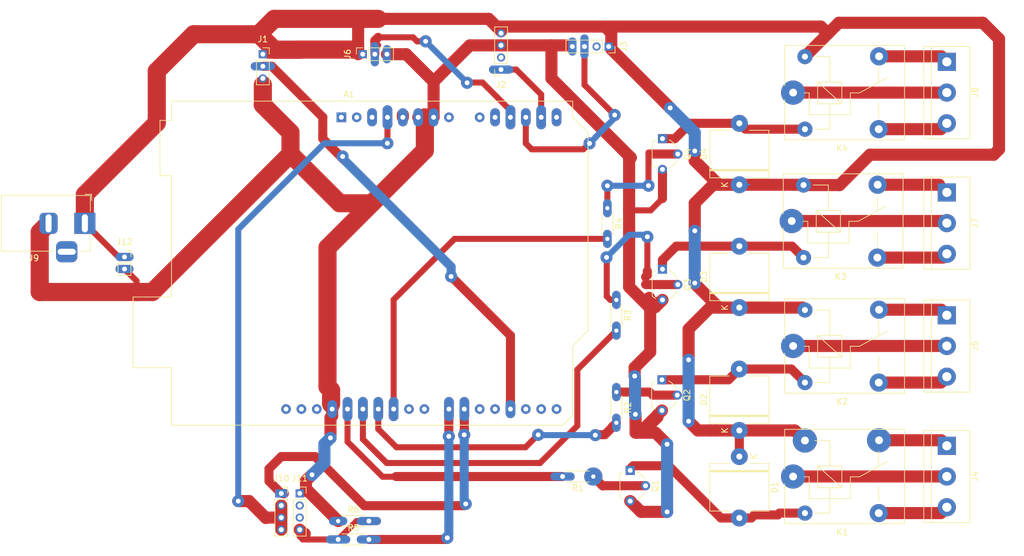
<source format=kicad_pcb>
(kicad_pcb (version 20171130) (host pcbnew "(5.1.4)-1")

  (general
    (thickness 1.6)
    (drawings 5)
    (tracks 341)
    (zones 0)
    (modules 31)
    (nets 56)
  )

  (page A4)
  (layers
    (0 F.Cu signal)
    (31 B.Cu signal)
    (32 B.Adhes user)
    (33 F.Adhes user)
    (34 B.Paste user)
    (35 F.Paste user)
    (36 B.SilkS user)
    (37 F.SilkS user)
    (38 B.Mask user)
    (39 F.Mask user)
    (40 Dwgs.User user)
    (41 Cmts.User user)
    (42 Eco1.User user)
    (43 Eco2.User user)
    (44 Edge.Cuts user)
    (45 Margin user)
    (46 B.CrtYd user)
    (47 F.CrtYd user)
    (48 B.Fab user)
    (49 F.Fab user)
  )

  (setup
    (last_trace_width 0.25)
    (user_trace_width 0.5)
    (user_trace_width 1)
    (user_trace_width 1.5)
    (user_trace_width 2)
    (user_trace_width 3)
    (trace_clearance 0.2)
    (zone_clearance 0.508)
    (zone_45_only no)
    (trace_min 0.2)
    (via_size 0.6)
    (via_drill 0.4)
    (via_min_size 0.4)
    (via_min_drill 0.3)
    (user_via 2 0.8)
    (uvia_size 0.3)
    (uvia_drill 0.1)
    (uvias_allowed no)
    (uvia_min_size 0.2)
    (uvia_min_drill 0.1)
    (edge_width 0.15)
    (segment_width 0.15)
    (pcb_text_width 0.3)
    (pcb_text_size 1.5 1.5)
    (mod_edge_width 0.15)
    (mod_text_size 1 1)
    (mod_text_width 0.15)
    (pad_size 2 1.35)
    (pad_drill 0.8)
    (pad_to_mask_clearance 0)
    (aux_axis_origin 0 0)
    (visible_elements 7FFFFFFF)
    (pcbplotparams
      (layerselection 0x010fc_ffffffff)
      (usegerberextensions false)
      (usegerberattributes false)
      (usegerberadvancedattributes false)
      (creategerberjobfile false)
      (excludeedgelayer true)
      (linewidth 0.100000)
      (plotframeref false)
      (viasonmask false)
      (mode 1)
      (useauxorigin false)
      (hpglpennumber 1)
      (hpglpenspeed 20)
      (hpglpendiameter 15.000000)
      (psnegative false)
      (psa4output false)
      (plotreference true)
      (plotvalue true)
      (plotinvisibletext false)
      (padsonsilk false)
      (subtractmaskfromsilk false)
      (outputformat 1)
      (mirror false)
      (drillshape 1)
      (scaleselection 1)
      (outputdirectory ""))
  )

  (net 0 "")
  (net 1 "Net-(A1-Pad32)")
  (net 2 "Net-(A1-Pad31)")
  (net 3 "Net-(A1-Pad1)")
  (net 4 /2)
  (net 5 /IOREF)
  (net 6 /3)
  (net 7 /Reset)
  (net 8 /4)
  (net 9 +3V3)
  (net 10 /5)
  (net 11 +5V)
  (net 12 /6)
  (net 13 GND)
  (net 14 /7)
  (net 15 /8)
  (net 16 /Vin)
  (net 17 /9)
  (net 18 /A0)
  (net 19 /10)
  (net 20 /A1)
  (net 21 /11)
  (net 22 /A2)
  (net 23 /12)
  (net 24 /A3)
  (net 25 /13)
  (net 26 /A4)
  (net 27 /A5)
  (net 28 /AREF)
  (net 29 /0)
  (net 30 /1)
  (net 31 "Net-(D1-Pad2)")
  (net 32 "Net-(D2-Pad2)")
  (net 33 "Net-(D3-Pad2)")
  (net 34 "Net-(D4-Pad2)")
  (net 35 "Net-(J2-Pad2)")
  (net 36 "Net-(J3-Pad2)")
  (net 37 "Net-(J4-Pad1)")
  (net 38 "Net-(J4-Pad2)")
  (net 39 "Net-(J4-Pad3)")
  (net 40 "Net-(J5-Pad3)")
  (net 41 "Net-(J5-Pad2)")
  (net 42 "Net-(J5-Pad1)")
  (net 43 "Net-(J7-Pad1)")
  (net 44 "Net-(J7-Pad2)")
  (net 45 "Net-(J7-Pad3)")
  (net 46 "Net-(J8-Pad3)")
  (net 47 "Net-(J8-Pad2)")
  (net 48 "Net-(J8-Pad1)")
  (net 49 "Net-(Q1-Pad2)")
  (net 50 "Net-(Q2-Pad2)")
  (net 51 "Net-(Q3-Pad2)")
  (net 52 "Net-(Q4-Pad2)")
  (net 53 "Net-(J11-Pad2)")
  (net 54 "Net-(J11-Pad3)")
  (net 55 "Net-(J11-Pad4)")

  (net_class Default "This is the default net class."
    (clearance 0.2)
    (trace_width 0.25)
    (via_dia 0.6)
    (via_drill 0.4)
    (uvia_dia 0.3)
    (uvia_drill 0.1)
    (add_net +3V3)
    (add_net +5V)
    (add_net /0)
    (add_net /1)
    (add_net /10)
    (add_net /11)
    (add_net /12)
    (add_net /13)
    (add_net /2)
    (add_net /3)
    (add_net /4)
    (add_net /5)
    (add_net /6)
    (add_net /7)
    (add_net /8)
    (add_net /9)
    (add_net /A0)
    (add_net /A1)
    (add_net /A2)
    (add_net /A3)
    (add_net /A4)
    (add_net /A5)
    (add_net /AREF)
    (add_net /IOREF)
    (add_net /Reset)
    (add_net /Vin)
    (add_net GND)
    (add_net "Net-(A1-Pad1)")
    (add_net "Net-(A1-Pad31)")
    (add_net "Net-(A1-Pad32)")
    (add_net "Net-(D1-Pad2)")
    (add_net "Net-(D2-Pad2)")
    (add_net "Net-(D3-Pad2)")
    (add_net "Net-(D4-Pad2)")
    (add_net "Net-(J11-Pad2)")
    (add_net "Net-(J11-Pad3)")
    (add_net "Net-(J11-Pad4)")
    (add_net "Net-(J2-Pad2)")
    (add_net "Net-(J3-Pad2)")
    (add_net "Net-(J4-Pad1)")
    (add_net "Net-(J4-Pad2)")
    (add_net "Net-(J4-Pad3)")
    (add_net "Net-(J5-Pad1)")
    (add_net "Net-(J5-Pad2)")
    (add_net "Net-(J5-Pad3)")
    (add_net "Net-(J7-Pad1)")
    (add_net "Net-(J7-Pad2)")
    (add_net "Net-(J7-Pad3)")
    (add_net "Net-(J8-Pad1)")
    (add_net "Net-(J8-Pad2)")
    (add_net "Net-(J8-Pad3)")
    (add_net "Net-(Q1-Pad2)")
    (add_net "Net-(Q2-Pad2)")
    (add_net "Net-(Q3-Pad2)")
    (add_net "Net-(Q4-Pad2)")
  )

  (module Relay_THT:Relay_SPDT_SANYOU_SRD_Series_Form_C (layer F.Cu) (tedit 58FA3148) (tstamp 5FBE802F)
    (at 149.63 54.26)
    (descr "relay Sanyou SRD series Form C http://www.sanyourelay.ca/public/products/pdf/SRD.pdf")
    (tags "relay Sanyu SRD form C")
    (path /5FC134DA)
    (fp_text reference K3 (at 8.1 9.2) (layer F.SilkS)
      (effects (font (size 1 1) (thickness 0.15)))
    )
    (fp_text value PELTIER_RELAY (at 8 -9.6) (layer F.Fab)
      (effects (font (size 1 1) (thickness 0.15)))
    )
    (fp_line (start 8.05 1.85) (end 4.05 1.85) (layer F.SilkS) (width 0.12))
    (fp_line (start 8.05 -1.75) (end 8.05 1.85) (layer F.SilkS) (width 0.12))
    (fp_line (start 4.05 -1.75) (end 8.05 -1.75) (layer F.SilkS) (width 0.12))
    (fp_line (start 4.05 1.85) (end 4.05 -1.75) (layer F.SilkS) (width 0.12))
    (fp_line (start 8.05 1.85) (end 4.05 -1.75) (layer F.SilkS) (width 0.12))
    (fp_line (start 6.05 1.85) (end 6.05 6.05) (layer F.SilkS) (width 0.12))
    (fp_line (start 6.05 -5.95) (end 6.05 -1.75) (layer F.SilkS) (width 0.12))
    (fp_line (start 2.65 0.05) (end 2.65 3.65) (layer F.SilkS) (width 0.12))
    (fp_line (start 9.45 0.05) (end 9.45 3.65) (layer F.SilkS) (width 0.12))
    (fp_line (start 9.45 3.65) (end 2.65 3.65) (layer F.SilkS) (width 0.12))
    (fp_line (start 10.95 0.05) (end 15.55 -2.45) (layer F.SilkS) (width 0.12))
    (fp_line (start 9.45 0.05) (end 10.95 0.05) (layer F.SilkS) (width 0.12))
    (fp_line (start 6.05 -5.95) (end 3.55 -5.95) (layer F.SilkS) (width 0.12))
    (fp_line (start 2.65 0.05) (end 1.85 0.05) (layer F.SilkS) (width 0.12))
    (fp_line (start 3.55 6.05) (end 6.05 6.05) (layer F.SilkS) (width 0.12))
    (fp_line (start 14.15 -4.2) (end 14.15 -1.7) (layer F.SilkS) (width 0.12))
    (fp_line (start 14.15 4.2) (end 14.15 1.75) (layer F.SilkS) (width 0.12))
    (fp_line (start -1.55 7.95) (end 18.55 7.95) (layer F.CrtYd) (width 0.05))
    (fp_line (start 18.55 -7.95) (end 18.55 7.95) (layer F.CrtYd) (width 0.05))
    (fp_line (start -1.55 7.95) (end -1.55 -7.95) (layer F.CrtYd) (width 0.05))
    (fp_line (start 18.55 -7.95) (end -1.55 -7.95) (layer F.CrtYd) (width 0.05))
    (fp_text user %R (at 7.1 0.025) (layer F.Fab)
      (effects (font (size 1 1) (thickness 0.15)))
    )
    (fp_line (start -1.3 7.7) (end -1.3 -7.7) (layer F.Fab) (width 0.12))
    (fp_line (start 18.3 7.7) (end -1.3 7.7) (layer F.Fab) (width 0.12))
    (fp_line (start 18.3 -7.7) (end 18.3 7.7) (layer F.Fab) (width 0.12))
    (fp_line (start -1.3 -7.7) (end 18.3 -7.7) (layer F.Fab) (width 0.12))
    (fp_text user 1 (at 0 -2.3) (layer F.Fab)
      (effects (font (size 1 1) (thickness 0.15)))
    )
    (fp_line (start 18.4 7.8) (end -1.4 7.8) (layer F.SilkS) (width 0.12))
    (fp_line (start 18.4 -7.8) (end 18.4 7.8) (layer F.SilkS) (width 0.12))
    (fp_line (start -1.4 -7.8) (end 18.4 -7.8) (layer F.SilkS) (width 0.12))
    (fp_line (start -1.4 -7.8) (end -1.4 -1.2) (layer F.SilkS) (width 0.12))
    (fp_line (start -1.4 1.2) (end -1.4 7.8) (layer F.SilkS) (width 0.12))
    (pad 1 thru_hole circle (at 0 0 90) (size 4 4) (drill 1.3) (layers *.Cu *.Mask)
      (net 44 "Net-(J7-Pad2)"))
    (pad 5 thru_hole circle (at 1.95 -5.95 90) (size 2.5 2.5) (drill 1) (layers *.Cu *.Mask)
      (net 11 +5V))
    (pad 4 thru_hole circle (at 14.2 -6 90) (size 3 3) (drill 1.3) (layers *.Cu *.Mask)
      (net 43 "Net-(J7-Pad1)"))
    (pad 3 thru_hole circle (at 14.15 6.05 90) (size 3 3) (drill 1.3) (layers *.Cu *.Mask)
      (net 45 "Net-(J7-Pad3)"))
    (pad 2 thru_hole circle (at 1.95 6.05 90) (size 2.5 2.5) (drill 1) (layers *.Cu *.Mask)
      (net 33 "Net-(D3-Pad2)"))
    (model ${KISYS3DMOD}/Relay_THT.3dshapes/Relay_SPDT_SANYOU_SRD_Series_Form_C.wrl
      (at (xyz 0 0 0))
      (scale (xyz 1 1 1))
      (rotate (xyz 0 0 0))
    )
  )

  (module Module:Arduino_UNO_R3 (layer F.Cu) (tedit 5FD75775) (tstamp 5FCC6FA9)
    (at 75.205 37.105)
    (descr "Arduino UNO R3, http://www.mouser.com/pdfdocs/Gravitech_Arduino_Nano3_0.pdf")
    (tags "Arduino UNO R3")
    (path /5FBCF184)
    (fp_text reference A1 (at 1.27 -3.81 180) (layer F.SilkS)
      (effects (font (size 1 1) (thickness 0.15)))
    )
    (fp_text value Arduino_UNO_R3 (at 0 22.86) (layer F.Fab)
      (effects (font (size 1 1) (thickness 0.15)))
    )
    (fp_text user %R (at 0 20.32 180) (layer F.Fab)
      (effects (font (size 1 1) (thickness 0.15)))
    )
    (fp_line (start 38.35 -2.79) (end 38.35 0) (layer F.CrtYd) (width 0.05))
    (fp_line (start 38.35 0) (end 40.89 2.54) (layer F.CrtYd) (width 0.05))
    (fp_line (start 40.89 2.54) (end 40.89 35.31) (layer F.CrtYd) (width 0.05))
    (fp_line (start 40.89 35.31) (end 38.35 37.85) (layer F.CrtYd) (width 0.05))
    (fp_line (start 38.35 37.85) (end 38.35 49.28) (layer F.CrtYd) (width 0.05))
    (fp_line (start 38.35 49.28) (end 36.58 51.05) (layer F.CrtYd) (width 0.05))
    (fp_line (start 36.58 51.05) (end -28.19 51.05) (layer F.CrtYd) (width 0.05))
    (fp_line (start -28.19 51.05) (end -28.19 41.53) (layer F.CrtYd) (width 0.05))
    (fp_line (start -28.19 41.53) (end -34.54 41.53) (layer F.CrtYd) (width 0.05))
    (fp_line (start -34.54 41.53) (end -34.54 29.59) (layer F.CrtYd) (width 0.05))
    (fp_line (start -34.54 29.59) (end -28.19 29.59) (layer F.CrtYd) (width 0.05))
    (fp_line (start -28.19 29.59) (end -28.19 9.78) (layer F.CrtYd) (width 0.05))
    (fp_line (start -28.19 9.78) (end -30.1 9.78) (layer F.CrtYd) (width 0.05))
    (fp_line (start -30.1 9.78) (end -30.1 0.38) (layer F.CrtYd) (width 0.05))
    (fp_line (start -30.1 0.38) (end -28.19 0.38) (layer F.CrtYd) (width 0.05))
    (fp_line (start -28.19 0.38) (end -28.19 -2.79) (layer F.CrtYd) (width 0.05))
    (fp_line (start -28.19 -2.79) (end 38.35 -2.79) (layer F.CrtYd) (width 0.05))
    (fp_line (start 40.77 35.31) (end 40.77 2.54) (layer F.SilkS) (width 0.12))
    (fp_line (start 40.77 2.54) (end 38.23 0) (layer F.SilkS) (width 0.12))
    (fp_line (start 38.23 0) (end 38.23 -2.67) (layer F.SilkS) (width 0.12))
    (fp_line (start 38.23 -2.67) (end -28.07 -2.67) (layer F.SilkS) (width 0.12))
    (fp_line (start -28.07 -2.67) (end -28.07 0.51) (layer F.SilkS) (width 0.12))
    (fp_line (start -28.07 0.51) (end -29.97 0.51) (layer F.SilkS) (width 0.12))
    (fp_line (start -29.97 0.51) (end -29.97 9.65) (layer F.SilkS) (width 0.12))
    (fp_line (start -29.97 9.65) (end -28.07 9.65) (layer F.SilkS) (width 0.12))
    (fp_line (start -28.07 9.65) (end -28.07 29.72) (layer F.SilkS) (width 0.12))
    (fp_line (start -28.07 29.72) (end -34.42 29.72) (layer F.SilkS) (width 0.12))
    (fp_line (start -34.42 29.72) (end -34.42 41.4) (layer F.SilkS) (width 0.12))
    (fp_line (start -34.42 41.4) (end -28.07 41.4) (layer F.SilkS) (width 0.12))
    (fp_line (start -28.07 41.4) (end -28.07 50.93) (layer F.SilkS) (width 0.12))
    (fp_line (start -28.07 50.93) (end 36.58 50.93) (layer F.SilkS) (width 0.12))
    (fp_line (start 36.58 50.93) (end 38.23 49.28) (layer F.SilkS) (width 0.12))
    (fp_line (start 38.23 49.28) (end 38.23 37.85) (layer F.SilkS) (width 0.12))
    (fp_line (start 38.23 37.85) (end 40.77 35.31) (layer F.SilkS) (width 0.12))
    (fp_line (start -34.29 29.84) (end -18.41 29.84) (layer F.Fab) (width 0.1))
    (fp_line (start -18.41 29.84) (end -18.41 41.27) (layer F.Fab) (width 0.1))
    (fp_line (start -18.41 41.27) (end -34.29 41.27) (layer F.Fab) (width 0.1))
    (fp_line (start -34.29 41.27) (end -34.29 29.84) (layer F.Fab) (width 0.1))
    (fp_line (start -29.84 0.64) (end -16.51 0.64) (layer F.Fab) (width 0.1))
    (fp_line (start -16.51 0.64) (end -16.51 9.53) (layer F.Fab) (width 0.1))
    (fp_line (start -16.51 9.53) (end -29.84 9.53) (layer F.Fab) (width 0.1))
    (fp_line (start -29.84 9.53) (end -29.84 0.64) (layer F.Fab) (width 0.1))
    (fp_line (start 38.1 37.85) (end 38.1 49.28) (layer F.Fab) (width 0.1))
    (fp_line (start 40.64 2.54) (end 40.64 35.31) (layer F.Fab) (width 0.1))
    (fp_line (start 40.64 35.31) (end 38.1 37.85) (layer F.Fab) (width 0.1))
    (fp_line (start 38.1 -2.54) (end 38.1 0) (layer F.Fab) (width 0.1))
    (fp_line (start 38.1 0) (end 40.64 2.54) (layer F.Fab) (width 0.1))
    (fp_line (start 38.1 49.28) (end 36.58 50.8) (layer F.Fab) (width 0.1))
    (fp_line (start 36.58 50.8) (end -27.94 50.8) (layer F.Fab) (width 0.1))
    (fp_line (start -27.94 50.8) (end -27.94 -2.54) (layer F.Fab) (width 0.1))
    (fp_line (start -27.94 -2.54) (end 38.1 -2.54) (layer F.Fab) (width 0.1))
    (pad 32 thru_hole oval (at -9.14 48.26 90) (size 1.6 1.6) (drill 0.8) (layers *.Cu *.Mask)
      (net 1 "Net-(A1-Pad32)"))
    (pad 31 thru_hole oval (at -6.6 48.26 90) (size 1.6 1.6) (drill 0.8) (layers *.Cu *.Mask)
      (net 2 "Net-(A1-Pad31)"))
    (pad 1 thru_hole rect (at 0 0 90) (size 1.6 1.6) (drill 0.8) (layers *.Cu *.Mask)
      (net 3 "Net-(A1-Pad1)"))
    (pad 17 thru_hole oval (at 30.48 48.26 90) (size 1.6 1.6) (drill 0.8) (layers *.Cu *.Mask)
      (net 4 /2))
    (pad 2 thru_hole oval (at 2.54 0 90) (size 1.6 1.6) (drill 0.8) (layers *.Cu *.Mask)
      (net 5 /IOREF))
    (pad 18 thru_hole oval (at 27.94 48.26 90) (size 3 1.6) (drill 0.8) (layers *.Cu *.Mask)
      (net 6 /3))
    (pad 3 thru_hole oval (at 5.08 0 90) (size 3 1.6) (drill 0.8) (layers *.Cu *.Mask)
      (net 7 /Reset))
    (pad 19 thru_hole oval (at 25.4 48.26 90) (size 1.6 1.6) (drill 0.8) (layers *.Cu *.Mask)
      (net 8 /4))
    (pad 4 thru_hole oval (at 7.62 0 90) (size 4 1.6) (drill 0.8) (layers *.Cu *.Mask)
      (net 9 +3V3))
    (pad 20 thru_hole oval (at 22.86 48.26 90) (size 1.6 1.6) (drill 0.8) (layers *.Cu *.Mask)
      (net 10 /5))
    (pad 5 thru_hole oval (at 10.16 0 90) (size 3 1.6) (drill 0.8) (layers *.Cu *.Mask)
      (net 11 +5V))
    (pad 21 thru_hole oval (at 20.32 48.26 90) (size 4 1.6) (drill 0.8) (layers *.Cu *.Mask)
      (net 12 /6))
    (pad 6 thru_hole oval (at 12.7 0 90) (size 3 1.6) (drill 0.8) (layers *.Cu *.Mask)
      (net 13 GND))
    (pad 22 thru_hole oval (at 17.78 48.26 90) (size 4 1.6) (drill 0.8) (layers *.Cu *.Mask)
      (net 14 /7))
    (pad 7 thru_hole oval (at 15.24 0 90) (size 3 1.6) (drill 0.8) (layers *.Cu *.Mask)
      (net 13 GND))
    (pad 23 thru_hole oval (at 13.72 48.26 90) (size 1.6 1.6) (drill 0.8) (layers *.Cu *.Mask)
      (net 15 /8))
    (pad 8 thru_hole oval (at 17.78 0 90) (size 1.6 1.6) (drill 0.8) (layers *.Cu *.Mask)
      (net 16 /Vin))
    (pad 24 thru_hole oval (at 11.18 48.26 90) (size 1.6 1.6) (drill 0.8) (layers *.Cu *.Mask)
      (net 17 /9))
    (pad 9 thru_hole oval (at 22.86 0 90) (size 1.6 1.6) (drill 0.8) (layers *.Cu *.Mask)
      (net 18 /A0))
    (pad 25 thru_hole oval (at 8.64 48.26 90) (size 4 1.6) (drill 0.8) (layers *.Cu *.Mask)
      (net 19 /10))
    (pad 10 thru_hole oval (at 25.4 0 90) (size 3 1.6) (drill 0.8) (layers *.Cu *.Mask)
      (net 20 /A1))
    (pad 26 thru_hole oval (at 6.1 48.26 90) (size 4 1.6) (drill 0.8) (layers *.Cu *.Mask)
      (net 21 /11))
    (pad 11 thru_hole oval (at 27.94 0 90) (size 4 1.6) (drill 0.8) (layers *.Cu *.Mask)
      (net 22 /A2))
    (pad 27 thru_hole oval (at 3.56 48.26 90) (size 4 1.6) (drill 0.8) (layers *.Cu *.Mask)
      (net 23 /12))
    (pad 12 thru_hole oval (at 30.48 0 90) (size 3 1.6) (drill 0.8) (layers *.Cu *.Mask)
      (net 24 /A3))
    (pad 28 thru_hole oval (at 1.02 48.26 90) (size 4 1.6) (drill 0.8) (layers *.Cu *.Mask)
      (net 25 /13))
    (pad 13 thru_hole oval (at 33.02 0 90) (size 4 1.6) (drill 0.8) (layers *.Cu *.Mask)
      (net 26 /A4))
    (pad 29 thru_hole oval (at -1.52 48.26 90) (size 3 1.6) (drill 0.8) (layers *.Cu *.Mask)
      (net 13 GND))
    (pad 14 thru_hole oval (at 35.56 0 90) (size 3 1.6) (drill 0.8) (layers *.Cu *.Mask)
      (net 27 /A5))
    (pad 30 thru_hole oval (at -4.06 48.26 90) (size 1.6 1.6) (drill 0.8) (layers *.Cu *.Mask)
      (net 28 /AREF))
    (pad 15 thru_hole oval (at 35.56 48.26 90) (size 1.6 1.6) (drill 0.8) (layers *.Cu *.Mask)
      (net 29 /0))
    (pad 16 thru_hole oval (at 33.02 48.26 90) (size 1.6 1.6) (drill 0.8) (layers *.Cu *.Mask)
      (net 30 /1))
    (model ${KISYS3DMOD}/Module.3dshapes/Arduino_UNO_R3.wrl
      (at (xyz 0 0 0))
      (scale (xyz 1 1 1))
      (rotate (xyz 0 0 0))
    )
  )

  (module Diode_THT:D_5KP_P10.16mm_Horizontal (layer F.Cu) (tedit 5FD76089) (tstamp 5FBE3EF8)
    (at 140.97 93.218 270)
    (descr "Diode, 5KP series, Axial, Horizontal, pin pitch=10.16mm, , length*diameter=7.62*9.53mm^2, , http://www.diodes.com/_files/packages/8686949.gif")
    (tags "Diode 5KP series Axial Horizontal pin pitch 10.16mm  length 7.62mm diameter 9.53mm")
    (path /5FBCEEE1)
    (fp_text reference D1 (at 5.08 -5.885 90) (layer F.SilkS)
      (effects (font (size 1 1) (thickness 0.15)))
    )
    (fp_text value D (at 5.08 5.885 90) (layer F.Fab)
      (effects (font (size 1 1) (thickness 0.15)))
    )
    (fp_line (start 1.27 -4.765) (end 1.27 4.765) (layer F.Fab) (width 0.1))
    (fp_line (start 1.27 4.765) (end 8.89 4.765) (layer F.Fab) (width 0.1))
    (fp_line (start 8.89 4.765) (end 8.89 -4.765) (layer F.Fab) (width 0.1))
    (fp_line (start 8.89 -4.765) (end 1.27 -4.765) (layer F.Fab) (width 0.1))
    (fp_line (start 0 0) (end 1.27 0) (layer F.Fab) (width 0.1))
    (fp_line (start 10.16 0) (end 8.89 0) (layer F.Fab) (width 0.1))
    (fp_line (start 2.413 -4.765) (end 2.413 4.765) (layer F.Fab) (width 0.1))
    (fp_line (start 2.513 -4.765) (end 2.513 4.765) (layer F.Fab) (width 0.1))
    (fp_line (start 2.313 -4.765) (end 2.313 4.765) (layer F.Fab) (width 0.1))
    (fp_line (start 1.15 -1.64) (end 1.15 -4.885) (layer F.SilkS) (width 0.12))
    (fp_line (start 1.15 -4.885) (end 9.01 -4.885) (layer F.SilkS) (width 0.12))
    (fp_line (start 9.01 -4.885) (end 9.01 -1.64) (layer F.SilkS) (width 0.12))
    (fp_line (start 1.15 1.64) (end 1.15 4.885) (layer F.SilkS) (width 0.12))
    (fp_line (start 1.15 4.885) (end 9.01 4.885) (layer F.SilkS) (width 0.12))
    (fp_line (start 9.01 4.885) (end 9.01 1.64) (layer F.SilkS) (width 0.12))
    (fp_line (start 2.413 -4.885) (end 2.413 4.885) (layer F.SilkS) (width 0.12))
    (fp_line (start 2.533 -4.885) (end 2.533 4.885) (layer F.SilkS) (width 0.12))
    (fp_line (start 2.293 -4.885) (end 2.293 4.885) (layer F.SilkS) (width 0.12))
    (fp_line (start -1.65 -5.02) (end -1.65 5.02) (layer F.CrtYd) (width 0.05))
    (fp_line (start -1.65 5.02) (end 11.81 5.02) (layer F.CrtYd) (width 0.05))
    (fp_line (start 11.81 5.02) (end 11.81 -5.02) (layer F.CrtYd) (width 0.05))
    (fp_line (start 11.81 -5.02) (end -1.65 -5.02) (layer F.CrtYd) (width 0.05))
    (fp_text user %R (at 5.6515 0 90) (layer F.Fab)
      (effects (font (size 1 1) (thickness 0.15)))
    )
    (fp_text user K (at 0 -2.4 90) (layer F.Fab)
      (effects (font (size 1 1) (thickness 0.15)))
    )
    (fp_text user K (at 0 -2.4 90) (layer F.SilkS)
      (effects (font (size 1 1) (thickness 0.15)))
    )
    (pad 1 thru_hole oval (at 0 0 270) (size 2.8 2.8) (drill 1) (layers *.Cu *.Mask)
      (net 11 +5V))
    (pad 2 thru_hole oval (at 10.16 0 270) (size 2.8 2.8) (drill 1) (layers *.Cu *.Mask)
      (net 31 "Net-(D1-Pad2)"))
    (model ${KISYS3DMOD}/Diode_THT.3dshapes/D_5KP_P10.16mm_Horizontal.wrl
      (at (xyz 0 0 0))
      (scale (xyz 1 1 1))
      (rotate (xyz 0 0 0))
    )
  )

  (module Diode_THT:D_5KP_P10.16mm_Horizontal (layer F.Cu) (tedit 5AE50CD5) (tstamp 5FBE3F17)
    (at 140.97 88.9 90)
    (descr "Diode, 5KP series, Axial, Horizontal, pin pitch=10.16mm, , length*diameter=7.62*9.53mm^2, , http://www.diodes.com/_files/packages/8686949.gif")
    (tags "Diode 5KP series Axial Horizontal pin pitch 10.16mm  length 7.62mm diameter 9.53mm")
    (path /5FBF3C69)
    (fp_text reference D2 (at 5.08 -5.885 90) (layer F.SilkS)
      (effects (font (size 1 1) (thickness 0.15)))
    )
    (fp_text value D (at 5.08 5.885 90) (layer F.Fab)
      (effects (font (size 1 1) (thickness 0.15)))
    )
    (fp_text user K (at 0 -2.4 90) (layer F.SilkS)
      (effects (font (size 1 1) (thickness 0.15)))
    )
    (fp_text user K (at 0 -2.4 90) (layer F.Fab)
      (effects (font (size 1 1) (thickness 0.15)))
    )
    (fp_text user %R (at 5.6515 0 90) (layer F.Fab)
      (effects (font (size 1 1) (thickness 0.15)))
    )
    (fp_line (start 11.81 -5.02) (end -1.65 -5.02) (layer F.CrtYd) (width 0.05))
    (fp_line (start 11.81 5.02) (end 11.81 -5.02) (layer F.CrtYd) (width 0.05))
    (fp_line (start -1.65 5.02) (end 11.81 5.02) (layer F.CrtYd) (width 0.05))
    (fp_line (start -1.65 -5.02) (end -1.65 5.02) (layer F.CrtYd) (width 0.05))
    (fp_line (start 2.293 -4.885) (end 2.293 4.885) (layer F.SilkS) (width 0.12))
    (fp_line (start 2.533 -4.885) (end 2.533 4.885) (layer F.SilkS) (width 0.12))
    (fp_line (start 2.413 -4.885) (end 2.413 4.885) (layer F.SilkS) (width 0.12))
    (fp_line (start 9.01 4.885) (end 9.01 1.64) (layer F.SilkS) (width 0.12))
    (fp_line (start 1.15 4.885) (end 9.01 4.885) (layer F.SilkS) (width 0.12))
    (fp_line (start 1.15 1.64) (end 1.15 4.885) (layer F.SilkS) (width 0.12))
    (fp_line (start 9.01 -4.885) (end 9.01 -1.64) (layer F.SilkS) (width 0.12))
    (fp_line (start 1.15 -4.885) (end 9.01 -4.885) (layer F.SilkS) (width 0.12))
    (fp_line (start 1.15 -1.64) (end 1.15 -4.885) (layer F.SilkS) (width 0.12))
    (fp_line (start 2.313 -4.765) (end 2.313 4.765) (layer F.Fab) (width 0.1))
    (fp_line (start 2.513 -4.765) (end 2.513 4.765) (layer F.Fab) (width 0.1))
    (fp_line (start 2.413 -4.765) (end 2.413 4.765) (layer F.Fab) (width 0.1))
    (fp_line (start 10.16 0) (end 8.89 0) (layer F.Fab) (width 0.1))
    (fp_line (start 0 0) (end 1.27 0) (layer F.Fab) (width 0.1))
    (fp_line (start 8.89 -4.765) (end 1.27 -4.765) (layer F.Fab) (width 0.1))
    (fp_line (start 8.89 4.765) (end 8.89 -4.765) (layer F.Fab) (width 0.1))
    (fp_line (start 1.27 4.765) (end 8.89 4.765) (layer F.Fab) (width 0.1))
    (fp_line (start 1.27 -4.765) (end 1.27 4.765) (layer F.Fab) (width 0.1))
    (pad 2 thru_hole oval (at 10.16 0 90) (size 2.8 2.8) (drill 1) (layers *.Cu *.Mask)
      (net 32 "Net-(D2-Pad2)"))
    (pad 1 thru_hole oval (at 0 0 90) (size 2.8 2.8) (drill 1) (layers *.Cu *.Mask)
      (net 11 +5V))
    (model ${KISYS3DMOD}/Diode_THT.3dshapes/D_5KP_P10.16mm_Horizontal.wrl
      (at (xyz 0 0 0))
      (scale (xyz 1 1 1))
      (rotate (xyz 0 0 0))
    )
  )

  (module Diode_THT:D_5KP_P10.16mm_Horizontal (layer F.Cu) (tedit 5AE50CD5) (tstamp 5FBE3F36)
    (at 140.97 68.58 90)
    (descr "Diode, 5KP series, Axial, Horizontal, pin pitch=10.16mm, , length*diameter=7.62*9.53mm^2, , http://www.diodes.com/_files/packages/8686949.gif")
    (tags "Diode 5KP series Axial Horizontal pin pitch 10.16mm  length 7.62mm diameter 9.53mm")
    (path /5FC134F8)
    (fp_text reference D3 (at 5.08 -5.885 90) (layer F.SilkS)
      (effects (font (size 1 1) (thickness 0.15)))
    )
    (fp_text value D (at 5.08 5.885 90) (layer F.Fab)
      (effects (font (size 1 1) (thickness 0.15)))
    )
    (fp_text user K (at 0 -2.4 90) (layer F.SilkS)
      (effects (font (size 1 1) (thickness 0.15)))
    )
    (fp_text user K (at 0 -2.4 90) (layer F.Fab)
      (effects (font (size 1 1) (thickness 0.15)))
    )
    (fp_text user %R (at 5.6515 0 90) (layer F.Fab)
      (effects (font (size 1 1) (thickness 0.15)))
    )
    (fp_line (start 11.81 -5.02) (end -1.65 -5.02) (layer F.CrtYd) (width 0.05))
    (fp_line (start 11.81 5.02) (end 11.81 -5.02) (layer F.CrtYd) (width 0.05))
    (fp_line (start -1.65 5.02) (end 11.81 5.02) (layer F.CrtYd) (width 0.05))
    (fp_line (start -1.65 -5.02) (end -1.65 5.02) (layer F.CrtYd) (width 0.05))
    (fp_line (start 2.293 -4.885) (end 2.293 4.885) (layer F.SilkS) (width 0.12))
    (fp_line (start 2.533 -4.885) (end 2.533 4.885) (layer F.SilkS) (width 0.12))
    (fp_line (start 2.413 -4.885) (end 2.413 4.885) (layer F.SilkS) (width 0.12))
    (fp_line (start 9.01 4.885) (end 9.01 1.64) (layer F.SilkS) (width 0.12))
    (fp_line (start 1.15 4.885) (end 9.01 4.885) (layer F.SilkS) (width 0.12))
    (fp_line (start 1.15 1.64) (end 1.15 4.885) (layer F.SilkS) (width 0.12))
    (fp_line (start 9.01 -4.885) (end 9.01 -1.64) (layer F.SilkS) (width 0.12))
    (fp_line (start 1.15 -4.885) (end 9.01 -4.885) (layer F.SilkS) (width 0.12))
    (fp_line (start 1.15 -1.64) (end 1.15 -4.885) (layer F.SilkS) (width 0.12))
    (fp_line (start 2.313 -4.765) (end 2.313 4.765) (layer F.Fab) (width 0.1))
    (fp_line (start 2.513 -4.765) (end 2.513 4.765) (layer F.Fab) (width 0.1))
    (fp_line (start 2.413 -4.765) (end 2.413 4.765) (layer F.Fab) (width 0.1))
    (fp_line (start 10.16 0) (end 8.89 0) (layer F.Fab) (width 0.1))
    (fp_line (start 0 0) (end 1.27 0) (layer F.Fab) (width 0.1))
    (fp_line (start 8.89 -4.765) (end 1.27 -4.765) (layer F.Fab) (width 0.1))
    (fp_line (start 8.89 4.765) (end 8.89 -4.765) (layer F.Fab) (width 0.1))
    (fp_line (start 1.27 4.765) (end 8.89 4.765) (layer F.Fab) (width 0.1))
    (fp_line (start 1.27 -4.765) (end 1.27 4.765) (layer F.Fab) (width 0.1))
    (pad 2 thru_hole oval (at 10.16 0 90) (size 2.8 2.8) (drill 1) (layers *.Cu *.Mask)
      (net 33 "Net-(D3-Pad2)"))
    (pad 1 thru_hole oval (at 0 0 90) (size 2.8 2.8) (drill 1) (layers *.Cu *.Mask)
      (net 11 +5V))
    (model ${KISYS3DMOD}/Diode_THT.3dshapes/D_5KP_P10.16mm_Horizontal.wrl
      (at (xyz 0 0 0))
      (scale (xyz 1 1 1))
      (rotate (xyz 0 0 0))
    )
  )

  (module Diode_THT:D_5KP_P10.16mm_Horizontal (layer F.Cu) (tedit 5AE50CD5) (tstamp 5FBE7F99)
    (at 140.97 48.26 90)
    (descr "Diode, 5KP series, Axial, Horizontal, pin pitch=10.16mm, , length*diameter=7.62*9.53mm^2, , http://www.diodes.com/_files/packages/8686949.gif")
    (tags "Diode 5KP series Axial Horizontal pin pitch 10.16mm  length 7.62mm diameter 9.53mm")
    (path /5FC13553)
    (fp_text reference D4 (at 5.08 -5.885 90) (layer F.SilkS)
      (effects (font (size 1 1) (thickness 0.15)))
    )
    (fp_text value D (at 5.08 5.885 90) (layer F.Fab)
      (effects (font (size 1 1) (thickness 0.15)))
    )
    (fp_line (start 1.27 -4.765) (end 1.27 4.765) (layer F.Fab) (width 0.1))
    (fp_line (start 1.27 4.765) (end 8.89 4.765) (layer F.Fab) (width 0.1))
    (fp_line (start 8.89 4.765) (end 8.89 -4.765) (layer F.Fab) (width 0.1))
    (fp_line (start 8.89 -4.765) (end 1.27 -4.765) (layer F.Fab) (width 0.1))
    (fp_line (start 0 0) (end 1.27 0) (layer F.Fab) (width 0.1))
    (fp_line (start 10.16 0) (end 8.89 0) (layer F.Fab) (width 0.1))
    (fp_line (start 2.413 -4.765) (end 2.413 4.765) (layer F.Fab) (width 0.1))
    (fp_line (start 2.513 -4.765) (end 2.513 4.765) (layer F.Fab) (width 0.1))
    (fp_line (start 2.313 -4.765) (end 2.313 4.765) (layer F.Fab) (width 0.1))
    (fp_line (start 1.15 -1.64) (end 1.15 -4.885) (layer F.SilkS) (width 0.12))
    (fp_line (start 1.15 -4.885) (end 9.01 -4.885) (layer F.SilkS) (width 0.12))
    (fp_line (start 9.01 -4.885) (end 9.01 -1.64) (layer F.SilkS) (width 0.12))
    (fp_line (start 1.15 1.64) (end 1.15 4.885) (layer F.SilkS) (width 0.12))
    (fp_line (start 1.15 4.885) (end 9.01 4.885) (layer F.SilkS) (width 0.12))
    (fp_line (start 9.01 4.885) (end 9.01 1.64) (layer F.SilkS) (width 0.12))
    (fp_line (start 2.413 -4.885) (end 2.413 4.885) (layer F.SilkS) (width 0.12))
    (fp_line (start 2.533 -4.885) (end 2.533 4.885) (layer F.SilkS) (width 0.12))
    (fp_line (start 2.293 -4.885) (end 2.293 4.885) (layer F.SilkS) (width 0.12))
    (fp_line (start -1.65 -5.02) (end -1.65 5.02) (layer F.CrtYd) (width 0.05))
    (fp_line (start -1.65 5.02) (end 11.81 5.02) (layer F.CrtYd) (width 0.05))
    (fp_line (start 11.81 5.02) (end 11.81 -5.02) (layer F.CrtYd) (width 0.05))
    (fp_line (start 11.81 -5.02) (end -1.65 -5.02) (layer F.CrtYd) (width 0.05))
    (fp_text user %R (at 5.6515 0 90) (layer F.Fab)
      (effects (font (size 1 1) (thickness 0.15)))
    )
    (fp_text user K (at 0 -2.4 90) (layer F.Fab)
      (effects (font (size 1 1) (thickness 0.15)))
    )
    (fp_text user K (at 0 -2.4 90) (layer F.SilkS)
      (effects (font (size 1 1) (thickness 0.15)))
    )
    (pad 1 thru_hole oval (at 0 0 90) (size 2.8 2.8) (drill 1) (layers *.Cu *.Mask)
      (net 11 +5V))
    (pad 2 thru_hole oval (at 10.16 0 90) (size 2.8 2.8) (drill 1) (layers *.Cu *.Mask)
      (net 34 "Net-(D4-Pad2)"))
    (model ${KISYS3DMOD}/Diode_THT.3dshapes/D_5KP_P10.16mm_Horizontal.wrl
      (at (xyz 0 0 0))
      (scale (xyz 1 1 1))
      (rotate (xyz 0 0 0))
    )
  )

  (module TerminalBlock:TerminalBlock_bornier-3_P5.08mm (layer F.Cu) (tedit 59FF03B9) (tstamp 5FBE3FB8)
    (at 175.26 91.44 270)
    (descr "simple 3-pin terminal block, pitch 5.08mm, revamped version of bornier3")
    (tags "terminal block bornier3")
    (path /5FBD766D)
    (fp_text reference J4 (at 5.05 -4.65 90) (layer F.SilkS)
      (effects (font (size 1 1) (thickness 0.15)))
    )
    (fp_text value Screw_Terminal_01x03 (at 5.08 5.08 90) (layer F.Fab)
      (effects (font (size 1 1) (thickness 0.15)))
    )
    (fp_line (start 12.88 4) (end -2.72 4) (layer F.CrtYd) (width 0.05))
    (fp_line (start 12.88 4) (end 12.88 -4) (layer F.CrtYd) (width 0.05))
    (fp_line (start -2.72 -4) (end -2.72 4) (layer F.CrtYd) (width 0.05))
    (fp_line (start -2.72 -4) (end 12.88 -4) (layer F.CrtYd) (width 0.05))
    (fp_line (start -2.54 3.81) (end 12.7 3.81) (layer F.SilkS) (width 0.12))
    (fp_line (start -2.54 -3.81) (end 12.7 -3.81) (layer F.SilkS) (width 0.12))
    (fp_line (start -2.54 2.54) (end 12.7 2.54) (layer F.SilkS) (width 0.12))
    (fp_line (start 12.7 3.81) (end 12.7 -3.81) (layer F.SilkS) (width 0.12))
    (fp_line (start -2.54 3.81) (end -2.54 -3.81) (layer F.SilkS) (width 0.12))
    (fp_line (start -2.47 3.75) (end -2.47 -3.75) (layer F.Fab) (width 0.1))
    (fp_line (start 12.63 3.75) (end -2.47 3.75) (layer F.Fab) (width 0.1))
    (fp_line (start 12.63 -3.75) (end 12.63 3.75) (layer F.Fab) (width 0.1))
    (fp_line (start -2.47 -3.75) (end 12.63 -3.75) (layer F.Fab) (width 0.1))
    (fp_line (start -2.47 2.55) (end 12.63 2.55) (layer F.Fab) (width 0.1))
    (fp_text user %R (at 5.08 0 90) (layer F.Fab)
      (effects (font (size 1 1) (thickness 0.15)))
    )
    (pad 3 thru_hole circle (at 10.16 0 270) (size 3 3) (drill 1.52) (layers *.Cu *.Mask)
      (net 39 "Net-(J4-Pad3)"))
    (pad 2 thru_hole circle (at 5.08 0 270) (size 3 3) (drill 1.52) (layers *.Cu *.Mask)
      (net 38 "Net-(J4-Pad2)"))
    (pad 1 thru_hole rect (at 0 0 270) (size 3 3) (drill 1.52) (layers *.Cu *.Mask)
      (net 37 "Net-(J4-Pad1)"))
    (model ${KISYS3DMOD}/TerminalBlock.3dshapes/TerminalBlock_bornier-3_P5.08mm.wrl
      (offset (xyz 5.079999923706055 0 0))
      (scale (xyz 1 1 1))
      (rotate (xyz 0 0 0))
    )
  )

  (module TerminalBlock:TerminalBlock_bornier-3_P5.08mm (layer F.Cu) (tedit 59FF03B9) (tstamp 5FBE3FCE)
    (at 175.26 69.85 270)
    (descr "simple 3-pin terminal block, pitch 5.08mm, revamped version of bornier3")
    (tags "terminal block bornier3")
    (path /5FBF3C7D)
    (fp_text reference J5 (at 5.05 -4.65 90) (layer F.SilkS)
      (effects (font (size 1 1) (thickness 0.15)))
    )
    (fp_text value Screw_Terminal_01x03 (at 5.08 5.08 90) (layer F.Fab)
      (effects (font (size 1 1) (thickness 0.15)))
    )
    (fp_text user %R (at 5.08 0 90) (layer F.Fab)
      (effects (font (size 1 1) (thickness 0.15)))
    )
    (fp_line (start -2.47 2.55) (end 12.63 2.55) (layer F.Fab) (width 0.1))
    (fp_line (start -2.47 -3.75) (end 12.63 -3.75) (layer F.Fab) (width 0.1))
    (fp_line (start 12.63 -3.75) (end 12.63 3.75) (layer F.Fab) (width 0.1))
    (fp_line (start 12.63 3.75) (end -2.47 3.75) (layer F.Fab) (width 0.1))
    (fp_line (start -2.47 3.75) (end -2.47 -3.75) (layer F.Fab) (width 0.1))
    (fp_line (start -2.54 3.81) (end -2.54 -3.81) (layer F.SilkS) (width 0.12))
    (fp_line (start 12.7 3.81) (end 12.7 -3.81) (layer F.SilkS) (width 0.12))
    (fp_line (start -2.54 2.54) (end 12.7 2.54) (layer F.SilkS) (width 0.12))
    (fp_line (start -2.54 -3.81) (end 12.7 -3.81) (layer F.SilkS) (width 0.12))
    (fp_line (start -2.54 3.81) (end 12.7 3.81) (layer F.SilkS) (width 0.12))
    (fp_line (start -2.72 -4) (end 12.88 -4) (layer F.CrtYd) (width 0.05))
    (fp_line (start -2.72 -4) (end -2.72 4) (layer F.CrtYd) (width 0.05))
    (fp_line (start 12.88 4) (end 12.88 -4) (layer F.CrtYd) (width 0.05))
    (fp_line (start 12.88 4) (end -2.72 4) (layer F.CrtYd) (width 0.05))
    (pad 1 thru_hole rect (at 0 0 270) (size 3 3) (drill 1.52) (layers *.Cu *.Mask)
      (net 42 "Net-(J5-Pad1)"))
    (pad 2 thru_hole circle (at 5.08 0 270) (size 3 3) (drill 1.52) (layers *.Cu *.Mask)
      (net 41 "Net-(J5-Pad2)"))
    (pad 3 thru_hole circle (at 10.16 0 270) (size 3 3) (drill 1.52) (layers *.Cu *.Mask)
      (net 40 "Net-(J5-Pad3)"))
    (model ${KISYS3DMOD}/TerminalBlock.3dshapes/TerminalBlock_bornier-3_P5.08mm.wrl
      (offset (xyz 5.079999923706055 0 0))
      (scale (xyz 1 1 1))
      (rotate (xyz 0 0 0))
    )
  )

  (module TerminalBlock:TerminalBlock_bornier-3_P5.08mm (layer F.Cu) (tedit 59FF03B9) (tstamp 5FBE3FFD)
    (at 175.26 49.53 270)
    (descr "simple 3-pin terminal block, pitch 5.08mm, revamped version of bornier3")
    (tags "terminal block bornier3")
    (path /5FC1350C)
    (fp_text reference J7 (at 5.05 -4.65 90) (layer F.SilkS)
      (effects (font (size 1 1) (thickness 0.15)))
    )
    (fp_text value Screw_Terminal_01x03 (at 5.08 5.08 90) (layer F.Fab)
      (effects (font (size 1 1) (thickness 0.15)))
    )
    (fp_line (start 12.88 4) (end -2.72 4) (layer F.CrtYd) (width 0.05))
    (fp_line (start 12.88 4) (end 12.88 -4) (layer F.CrtYd) (width 0.05))
    (fp_line (start -2.72 -4) (end -2.72 4) (layer F.CrtYd) (width 0.05))
    (fp_line (start -2.72 -4) (end 12.88 -4) (layer F.CrtYd) (width 0.05))
    (fp_line (start -2.54 3.81) (end 12.7 3.81) (layer F.SilkS) (width 0.12))
    (fp_line (start -2.54 -3.81) (end 12.7 -3.81) (layer F.SilkS) (width 0.12))
    (fp_line (start -2.54 2.54) (end 12.7 2.54) (layer F.SilkS) (width 0.12))
    (fp_line (start 12.7 3.81) (end 12.7 -3.81) (layer F.SilkS) (width 0.12))
    (fp_line (start -2.54 3.81) (end -2.54 -3.81) (layer F.SilkS) (width 0.12))
    (fp_line (start -2.47 3.75) (end -2.47 -3.75) (layer F.Fab) (width 0.1))
    (fp_line (start 12.63 3.75) (end -2.47 3.75) (layer F.Fab) (width 0.1))
    (fp_line (start 12.63 -3.75) (end 12.63 3.75) (layer F.Fab) (width 0.1))
    (fp_line (start -2.47 -3.75) (end 12.63 -3.75) (layer F.Fab) (width 0.1))
    (fp_line (start -2.47 2.55) (end 12.63 2.55) (layer F.Fab) (width 0.1))
    (fp_text user %R (at 5.08 0 90) (layer F.Fab)
      (effects (font (size 1 1) (thickness 0.15)))
    )
    (pad 3 thru_hole circle (at 10.16 0 270) (size 3 3) (drill 1.52) (layers *.Cu *.Mask)
      (net 45 "Net-(J7-Pad3)"))
    (pad 2 thru_hole circle (at 5.08 0 270) (size 3 3) (drill 1.52) (layers *.Cu *.Mask)
      (net 44 "Net-(J7-Pad2)"))
    (pad 1 thru_hole rect (at 0 0 270) (size 3 3) (drill 1.52) (layers *.Cu *.Mask)
      (net 43 "Net-(J7-Pad1)"))
    (model ${KISYS3DMOD}/TerminalBlock.3dshapes/TerminalBlock_bornier-3_P5.08mm.wrl
      (offset (xyz 5.079999923706055 0 0))
      (scale (xyz 1 1 1))
      (rotate (xyz 0 0 0))
    )
  )

  (module TerminalBlock:TerminalBlock_bornier-3_P5.08mm (layer F.Cu) (tedit 59FF03B9) (tstamp 5FBE4013)
    (at 175.26 27.94 270)
    (descr "simple 3-pin terminal block, pitch 5.08mm, revamped version of bornier3")
    (tags "terminal block bornier3")
    (path /5FC13567)
    (fp_text reference J8 (at 5.05 -4.65 90) (layer F.SilkS)
      (effects (font (size 1 1) (thickness 0.15)))
    )
    (fp_text value Screw_Terminal_01x03 (at 5.08 5.08 90) (layer F.Fab)
      (effects (font (size 1 1) (thickness 0.15)))
    )
    (fp_text user %R (at 5.08 0 90) (layer F.Fab)
      (effects (font (size 1 1) (thickness 0.15)))
    )
    (fp_line (start -2.47 2.55) (end 12.63 2.55) (layer F.Fab) (width 0.1))
    (fp_line (start -2.47 -3.75) (end 12.63 -3.75) (layer F.Fab) (width 0.1))
    (fp_line (start 12.63 -3.75) (end 12.63 3.75) (layer F.Fab) (width 0.1))
    (fp_line (start 12.63 3.75) (end -2.47 3.75) (layer F.Fab) (width 0.1))
    (fp_line (start -2.47 3.75) (end -2.47 -3.75) (layer F.Fab) (width 0.1))
    (fp_line (start -2.54 3.81) (end -2.54 -3.81) (layer F.SilkS) (width 0.12))
    (fp_line (start 12.7 3.81) (end 12.7 -3.81) (layer F.SilkS) (width 0.12))
    (fp_line (start -2.54 2.54) (end 12.7 2.54) (layer F.SilkS) (width 0.12))
    (fp_line (start -2.54 -3.81) (end 12.7 -3.81) (layer F.SilkS) (width 0.12))
    (fp_line (start -2.54 3.81) (end 12.7 3.81) (layer F.SilkS) (width 0.12))
    (fp_line (start -2.72 -4) (end 12.88 -4) (layer F.CrtYd) (width 0.05))
    (fp_line (start -2.72 -4) (end -2.72 4) (layer F.CrtYd) (width 0.05))
    (fp_line (start 12.88 4) (end 12.88 -4) (layer F.CrtYd) (width 0.05))
    (fp_line (start 12.88 4) (end -2.72 4) (layer F.CrtYd) (width 0.05))
    (pad 1 thru_hole rect (at 0 0 270) (size 3 3) (drill 1.52) (layers *.Cu *.Mask)
      (net 48 "Net-(J8-Pad1)"))
    (pad 2 thru_hole circle (at 5.08 0 270) (size 3 3) (drill 1.52) (layers *.Cu *.Mask)
      (net 47 "Net-(J8-Pad2)"))
    (pad 3 thru_hole circle (at 10.16 0 270) (size 3 3) (drill 1.52) (layers *.Cu *.Mask)
      (net 46 "Net-(J8-Pad3)"))
    (model ${KISYS3DMOD}/TerminalBlock.3dshapes/TerminalBlock_bornier-3_P5.08mm.wrl
      (offset (xyz 5.079999923706055 0 0))
      (scale (xyz 1 1 1))
      (rotate (xyz 0 0 0))
    )
  )

  (module Relay_THT:Relay_SPDT_SANYOU_SRD_Series_Form_C (layer F.Cu) (tedit 58FA3148) (tstamp 5FBE403C)
    (at 149.86 96.52)
    (descr "relay Sanyou SRD series Form C http://www.sanyourelay.ca/public/products/pdf/SRD.pdf")
    (tags "relay Sanyu SRD form C")
    (path /5FBC73B3)
    (fp_text reference K1 (at 8.1 9.2) (layer F.SilkS)
      (effects (font (size 1 1) (thickness 0.15)))
    )
    (fp_text value PUMP_RELAY (at 8 -9.6) (layer F.Fab)
      (effects (font (size 1 1) (thickness 0.15)))
    )
    (fp_line (start -1.4 1.2) (end -1.4 7.8) (layer F.SilkS) (width 0.12))
    (fp_line (start -1.4 -7.8) (end -1.4 -1.2) (layer F.SilkS) (width 0.12))
    (fp_line (start -1.4 -7.8) (end 18.4 -7.8) (layer F.SilkS) (width 0.12))
    (fp_line (start 18.4 -7.8) (end 18.4 7.8) (layer F.SilkS) (width 0.12))
    (fp_line (start 18.4 7.8) (end -1.4 7.8) (layer F.SilkS) (width 0.12))
    (fp_text user 1 (at 0 -2.3) (layer F.Fab)
      (effects (font (size 1 1) (thickness 0.15)))
    )
    (fp_line (start -1.3 -7.7) (end 18.3 -7.7) (layer F.Fab) (width 0.12))
    (fp_line (start 18.3 -7.7) (end 18.3 7.7) (layer F.Fab) (width 0.12))
    (fp_line (start 18.3 7.7) (end -1.3 7.7) (layer F.Fab) (width 0.12))
    (fp_line (start -1.3 7.7) (end -1.3 -7.7) (layer F.Fab) (width 0.12))
    (fp_text user %R (at 7.1 0.025) (layer F.Fab)
      (effects (font (size 1 1) (thickness 0.15)))
    )
    (fp_line (start 18.55 -7.95) (end -1.55 -7.95) (layer F.CrtYd) (width 0.05))
    (fp_line (start -1.55 7.95) (end -1.55 -7.95) (layer F.CrtYd) (width 0.05))
    (fp_line (start 18.55 -7.95) (end 18.55 7.95) (layer F.CrtYd) (width 0.05))
    (fp_line (start -1.55 7.95) (end 18.55 7.95) (layer F.CrtYd) (width 0.05))
    (fp_line (start 14.15 4.2) (end 14.15 1.75) (layer F.SilkS) (width 0.12))
    (fp_line (start 14.15 -4.2) (end 14.15 -1.7) (layer F.SilkS) (width 0.12))
    (fp_line (start 3.55 6.05) (end 6.05 6.05) (layer F.SilkS) (width 0.12))
    (fp_line (start 2.65 0.05) (end 1.85 0.05) (layer F.SilkS) (width 0.12))
    (fp_line (start 6.05 -5.95) (end 3.55 -5.95) (layer F.SilkS) (width 0.12))
    (fp_line (start 9.45 0.05) (end 10.95 0.05) (layer F.SilkS) (width 0.12))
    (fp_line (start 10.95 0.05) (end 15.55 -2.45) (layer F.SilkS) (width 0.12))
    (fp_line (start 9.45 3.65) (end 2.65 3.65) (layer F.SilkS) (width 0.12))
    (fp_line (start 9.45 0.05) (end 9.45 3.65) (layer F.SilkS) (width 0.12))
    (fp_line (start 2.65 0.05) (end 2.65 3.65) (layer F.SilkS) (width 0.12))
    (fp_line (start 6.05 -5.95) (end 6.05 -1.75) (layer F.SilkS) (width 0.12))
    (fp_line (start 6.05 1.85) (end 6.05 6.05) (layer F.SilkS) (width 0.12))
    (fp_line (start 8.05 1.85) (end 4.05 -1.75) (layer F.SilkS) (width 0.12))
    (fp_line (start 4.05 1.85) (end 4.05 -1.75) (layer F.SilkS) (width 0.12))
    (fp_line (start 4.05 -1.75) (end 8.05 -1.75) (layer F.SilkS) (width 0.12))
    (fp_line (start 8.05 -1.75) (end 8.05 1.85) (layer F.SilkS) (width 0.12))
    (fp_line (start 8.05 1.85) (end 4.05 1.85) (layer F.SilkS) (width 0.12))
    (pad 2 thru_hole circle (at 1.95 6.05 90) (size 2.5 2.5) (drill 1) (layers *.Cu *.Mask)
      (net 31 "Net-(D1-Pad2)"))
    (pad 3 thru_hole circle (at 14.15 6.05 90) (size 3 3) (drill 1.3) (layers *.Cu *.Mask)
      (net 39 "Net-(J4-Pad3)"))
    (pad 4 thru_hole circle (at 14.2 -6 90) (size 4 4) (drill 1.3) (layers *.Cu *.Mask)
      (net 37 "Net-(J4-Pad1)"))
    (pad 5 thru_hole circle (at 1.95 -5.95 90) (size 4 4) (drill 1.3) (layers *.Cu *.Mask)
      (net 11 +5V))
    (pad 1 thru_hole circle (at 0 0 90) (size 4 4) (drill 1.3) (layers *.Cu *.Mask)
      (net 38 "Net-(J4-Pad2)"))
    (model ${KISYS3DMOD}/Relay_THT.3dshapes/Relay_SPDT_SANYOU_SRD_Series_Form_C.wrl
      (at (xyz 0 0 0))
      (scale (xyz 1 1 1))
      (rotate (xyz 0 0 0))
    )
  )

  (module Relay_THT:Relay_SPDT_SANYOU_SRD_Series_Form_C (layer F.Cu) (tedit 58FA3148) (tstamp 5FBE90FA)
    (at 149.86 74.93)
    (descr "relay Sanyou SRD series Form C http://www.sanyourelay.ca/public/products/pdf/SRD.pdf")
    (tags "relay Sanyu SRD form C")
    (path /5FBF3C4B)
    (fp_text reference K2 (at 8.1 9.2) (layer F.SilkS)
      (effects (font (size 1 1) (thickness 0.15)))
    )
    (fp_text value LIGHT_RELAY (at 8 -9.6) (layer F.Fab)
      (effects (font (size 1 1) (thickness 0.15)))
    )
    (fp_line (start 8.05 1.85) (end 4.05 1.85) (layer F.SilkS) (width 0.12))
    (fp_line (start 8.05 -1.75) (end 8.05 1.85) (layer F.SilkS) (width 0.12))
    (fp_line (start 4.05 -1.75) (end 8.05 -1.75) (layer F.SilkS) (width 0.12))
    (fp_line (start 4.05 1.85) (end 4.05 -1.75) (layer F.SilkS) (width 0.12))
    (fp_line (start 8.05 1.85) (end 4.05 -1.75) (layer F.SilkS) (width 0.12))
    (fp_line (start 6.05 1.85) (end 6.05 6.05) (layer F.SilkS) (width 0.12))
    (fp_line (start 6.05 -5.95) (end 6.05 -1.75) (layer F.SilkS) (width 0.12))
    (fp_line (start 2.65 0.05) (end 2.65 3.65) (layer F.SilkS) (width 0.12))
    (fp_line (start 9.45 0.05) (end 9.45 3.65) (layer F.SilkS) (width 0.12))
    (fp_line (start 9.45 3.65) (end 2.65 3.65) (layer F.SilkS) (width 0.12))
    (fp_line (start 10.95 0.05) (end 15.55 -2.45) (layer F.SilkS) (width 0.12))
    (fp_line (start 9.45 0.05) (end 10.95 0.05) (layer F.SilkS) (width 0.12))
    (fp_line (start 6.05 -5.95) (end 3.55 -5.95) (layer F.SilkS) (width 0.12))
    (fp_line (start 2.65 0.05) (end 1.85 0.05) (layer F.SilkS) (width 0.12))
    (fp_line (start 3.55 6.05) (end 6.05 6.05) (layer F.SilkS) (width 0.12))
    (fp_line (start 14.15 -4.2) (end 14.15 -1.7) (layer F.SilkS) (width 0.12))
    (fp_line (start 14.15 4.2) (end 14.15 1.75) (layer F.SilkS) (width 0.12))
    (fp_line (start -1.55 7.95) (end 18.55 7.95) (layer F.CrtYd) (width 0.05))
    (fp_line (start 18.55 -7.95) (end 18.55 7.95) (layer F.CrtYd) (width 0.05))
    (fp_line (start -1.55 7.95) (end -1.55 -7.95) (layer F.CrtYd) (width 0.05))
    (fp_line (start 18.55 -7.95) (end -1.55 -7.95) (layer F.CrtYd) (width 0.05))
    (fp_text user %R (at 7.1 0.025) (layer F.Fab)
      (effects (font (size 1 1) (thickness 0.15)))
    )
    (fp_line (start -1.3 7.7) (end -1.3 -7.7) (layer F.Fab) (width 0.12))
    (fp_line (start 18.3 7.7) (end -1.3 7.7) (layer F.Fab) (width 0.12))
    (fp_line (start 18.3 -7.7) (end 18.3 7.7) (layer F.Fab) (width 0.12))
    (fp_line (start -1.3 -7.7) (end 18.3 -7.7) (layer F.Fab) (width 0.12))
    (fp_text user 1 (at 0 -2.3) (layer F.Fab)
      (effects (font (size 1 1) (thickness 0.15)))
    )
    (fp_line (start 18.4 7.8) (end -1.4 7.8) (layer F.SilkS) (width 0.12))
    (fp_line (start 18.4 -7.8) (end 18.4 7.8) (layer F.SilkS) (width 0.12))
    (fp_line (start -1.4 -7.8) (end 18.4 -7.8) (layer F.SilkS) (width 0.12))
    (fp_line (start -1.4 -7.8) (end -1.4 -1.2) (layer F.SilkS) (width 0.12))
    (fp_line (start -1.4 1.2) (end -1.4 7.8) (layer F.SilkS) (width 0.12))
    (pad 1 thru_hole circle (at 0 0 90) (size 4 4) (drill 1.3) (layers *.Cu *.Mask)
      (net 41 "Net-(J5-Pad2)"))
    (pad 5 thru_hole circle (at 1.95 -5.95 90) (size 2.5 2.5) (drill 1) (layers *.Cu *.Mask)
      (net 11 +5V))
    (pad 4 thru_hole circle (at 14.2 -6 90) (size 3 3) (drill 1.3) (layers *.Cu *.Mask)
      (net 42 "Net-(J5-Pad1)"))
    (pad 3 thru_hole circle (at 14.15 6.05 90) (size 3 3) (drill 1.3) (layers *.Cu *.Mask)
      (net 40 "Net-(J5-Pad3)"))
    (pad 2 thru_hole circle (at 1.95 6.05 90) (size 2.5 2.5) (drill 1) (layers *.Cu *.Mask)
      (net 32 "Net-(D2-Pad2)"))
    (model ${KISYS3DMOD}/Relay_THT.3dshapes/Relay_SPDT_SANYOU_SRD_Series_Form_C.wrl
      (at (xyz 0 0 0))
      (scale (xyz 1 1 1))
      (rotate (xyz 0 0 0))
    )
  )

  (module Relay_THT:Relay_SPDT_SANYOU_SRD_Series_Form_C (layer F.Cu) (tedit 5FD75B3D) (tstamp 5FBE80FB)
    (at 149.86 33.02)
    (descr "relay Sanyou SRD series Form C http://www.sanyourelay.ca/public/products/pdf/SRD.pdf")
    (tags "relay Sanyu SRD form C")
    (path /5FC13535)
    (fp_text reference K4 (at 8.1 9.2) (layer F.SilkS)
      (effects (font (size 1 1) (thickness 0.15)))
    )
    (fp_text value FAN_RELAY (at 8 -9.6) (layer F.Fab)
      (effects (font (size 1 1) (thickness 0.15)))
    )
    (fp_line (start -1.4 1.2) (end -1.4 7.8) (layer F.SilkS) (width 0.12))
    (fp_line (start -1.4 -7.8) (end -1.4 -1.2) (layer F.SilkS) (width 0.12))
    (fp_line (start -1.4 -7.8) (end 18.4 -7.8) (layer F.SilkS) (width 0.12))
    (fp_line (start 18.4 -7.8) (end 18.4 7.8) (layer F.SilkS) (width 0.12))
    (fp_line (start 18.4 7.8) (end -1.4 7.8) (layer F.SilkS) (width 0.12))
    (fp_text user 1 (at 0 -2.3) (layer F.Fab)
      (effects (font (size 1 1) (thickness 0.15)))
    )
    (fp_line (start -1.3 -7.7) (end 18.3 -7.7) (layer F.Fab) (width 0.12))
    (fp_line (start 18.3 -7.7) (end 18.3 7.7) (layer F.Fab) (width 0.12))
    (fp_line (start 18.3 7.7) (end -1.3 7.7) (layer F.Fab) (width 0.12))
    (fp_line (start -1.3 7.7) (end -1.3 -7.7) (layer F.Fab) (width 0.12))
    (fp_text user %R (at 7.1 0.025) (layer F.Fab)
      (effects (font (size 1 1) (thickness 0.15)))
    )
    (fp_line (start 18.55 -7.95) (end -1.55 -7.95) (layer F.CrtYd) (width 0.05))
    (fp_line (start -1.55 7.95) (end -1.55 -7.95) (layer F.CrtYd) (width 0.05))
    (fp_line (start 18.55 -7.95) (end 18.55 7.95) (layer F.CrtYd) (width 0.05))
    (fp_line (start -1.55 7.95) (end 18.55 7.95) (layer F.CrtYd) (width 0.05))
    (fp_line (start 14.15 4.2) (end 14.15 1.75) (layer F.SilkS) (width 0.12))
    (fp_line (start 14.15 -4.2) (end 14.15 -1.7) (layer F.SilkS) (width 0.12))
    (fp_line (start 3.55 6.05) (end 6.05 6.05) (layer F.SilkS) (width 0.12))
    (fp_line (start 2.65 0.05) (end 1.85 0.05) (layer F.SilkS) (width 0.12))
    (fp_line (start 6.05 -5.95) (end 3.55 -5.95) (layer F.SilkS) (width 0.12))
    (fp_line (start 9.45 0.05) (end 10.95 0.05) (layer F.SilkS) (width 0.12))
    (fp_line (start 10.95 0.05) (end 15.55 -2.45) (layer F.SilkS) (width 0.12))
    (fp_line (start 9.45 3.65) (end 2.65 3.65) (layer F.SilkS) (width 0.12))
    (fp_line (start 9.45 0.05) (end 9.45 3.65) (layer F.SilkS) (width 0.12))
    (fp_line (start 2.65 0.05) (end 2.65 3.65) (layer F.SilkS) (width 0.12))
    (fp_line (start 6.05 -5.95) (end 6.05 -1.75) (layer F.SilkS) (width 0.12))
    (fp_line (start 6.05 1.85) (end 6.05 6.05) (layer F.SilkS) (width 0.12))
    (fp_line (start 8.05 1.85) (end 4.05 -1.75) (layer F.SilkS) (width 0.12))
    (fp_line (start 4.05 1.85) (end 4.05 -1.75) (layer F.SilkS) (width 0.12))
    (fp_line (start 4.05 -1.75) (end 8.05 -1.75) (layer F.SilkS) (width 0.12))
    (fp_line (start 8.05 -1.75) (end 8.05 1.85) (layer F.SilkS) (width 0.12))
    (fp_line (start 8.05 1.85) (end 4.05 1.85) (layer F.SilkS) (width 0.12))
    (pad 2 thru_hole circle (at 1.95 6.05 90) (size 2.5 2.5) (drill 1) (layers *.Cu *.Mask)
      (net 34 "Net-(D4-Pad2)"))
    (pad 3 thru_hole circle (at 14.15 6.05 90) (size 3 3) (drill 1.3) (layers *.Cu *.Mask)
      (net 46 "Net-(J8-Pad3)"))
    (pad 4 thru_hole circle (at 14.2 -6 90) (size 3 3) (drill 1.3) (layers *.Cu *.Mask)
      (net 48 "Net-(J8-Pad1)"))
    (pad 5 thru_hole circle (at 1.95 -5.95 90) (size 2.5 2.5) (drill 1) (layers *.Cu *.Mask)
      (net 11 +5V))
    (pad 1 thru_hole circle (at 0 0 90) (size 4 4) (drill 1.3) (layers *.Cu *.Mask)
      (net 47 "Net-(J8-Pad2)"))
    (model ${KISYS3DMOD}/Relay_THT.3dshapes/Relay_SPDT_SANYOU_SRD_Series_Form_C.wrl
      (at (xyz 0 0 0))
      (scale (xyz 1 1 1))
      (rotate (xyz 0 0 0))
    )
  )

  (module Resistor_THT:R_Axial_DIN0204_L3.6mm_D1.6mm_P5.08mm_Horizontal (layer F.Cu) (tedit 5FD75832) (tstamp 5FBE4112)
    (at 116.84 96.52 180)
    (descr "Resistor, Axial_DIN0204 series, Axial, Horizontal, pin pitch=5.08mm, 0.167W, length*diameter=3.6*1.6mm^2, http://cdn-reichelt.de/documents/datenblatt/B400/1_4W%23YAG.pdf")
    (tags "Resistor Axial_DIN0204 series Axial Horizontal pin pitch 5.08mm 0.167W length 3.6mm diameter 1.6mm")
    (path /5FBCE2C4)
    (fp_text reference R1 (at 2.54 -1.92) (layer F.SilkS)
      (effects (font (size 1 1) (thickness 0.15)))
    )
    (fp_text value R (at 2.54 1.92) (layer F.Fab)
      (effects (font (size 1 1) (thickness 0.15)))
    )
    (fp_text user %R (at 2.54 0) (layer F.Fab)
      (effects (font (size 0.72 0.72) (thickness 0.108)))
    )
    (fp_line (start 6.03 -1.05) (end -0.95 -1.05) (layer F.CrtYd) (width 0.05))
    (fp_line (start 6.03 1.05) (end 6.03 -1.05) (layer F.CrtYd) (width 0.05))
    (fp_line (start -0.95 1.05) (end 6.03 1.05) (layer F.CrtYd) (width 0.05))
    (fp_line (start -0.95 -1.05) (end -0.95 1.05) (layer F.CrtYd) (width 0.05))
    (fp_line (start 0.62 0.92) (end 4.46 0.92) (layer F.SilkS) (width 0.12))
    (fp_line (start 0.62 -0.92) (end 4.46 -0.92) (layer F.SilkS) (width 0.12))
    (fp_line (start 5.08 0) (end 4.34 0) (layer F.Fab) (width 0.1))
    (fp_line (start 0 0) (end 0.74 0) (layer F.Fab) (width 0.1))
    (fp_line (start 4.34 -0.8) (end 0.74 -0.8) (layer F.Fab) (width 0.1))
    (fp_line (start 4.34 0.8) (end 4.34 -0.8) (layer F.Fab) (width 0.1))
    (fp_line (start 0.74 0.8) (end 4.34 0.8) (layer F.Fab) (width 0.1))
    (fp_line (start 0.74 -0.8) (end 0.74 0.8) (layer F.Fab) (width 0.1))
    (pad 2 thru_hole oval (at 5.08 0 180) (size 4 1.35) (drill 0.8) (layers *.Cu *.Mask)
      (net 25 /13))
    (pad 1 thru_hole circle (at 0 0 180) (size 3 3) (drill 0.7) (layers *.Cu *.Mask)
      (net 49 "Net-(Q1-Pad2)"))
    (model ${KISYS3DMOD}/Resistor_THT.3dshapes/R_Axial_DIN0204_L3.6mm_D1.6mm_P5.08mm_Horizontal.wrl
      (at (xyz 0 0 0))
      (scale (xyz 1 1 1))
      (rotate (xyz 0 0 0))
    )
  )

  (module Resistor_THT:R_Axial_DIN0204_L3.6mm_D1.6mm_P5.08mm_Horizontal (layer F.Cu) (tedit 5AE5139B) (tstamp 5FBE4125)
    (at 120.65 82.55 270)
    (descr "Resistor, Axial_DIN0204 series, Axial, Horizontal, pin pitch=5.08mm, 0.167W, length*diameter=3.6*1.6mm^2, http://cdn-reichelt.de/documents/datenblatt/B400/1_4W%23YAG.pdf")
    (tags "Resistor Axial_DIN0204 series Axial Horizontal pin pitch 5.08mm 0.167W length 3.6mm diameter 1.6mm")
    (path /5FBF3C5F)
    (fp_text reference R2 (at 2.54 -1.92 90) (layer F.SilkS)
      (effects (font (size 1 1) (thickness 0.15)))
    )
    (fp_text value R (at 2.54 1.92 90) (layer F.Fab)
      (effects (font (size 1 1) (thickness 0.15)))
    )
    (fp_text user %R (at 2.54 0 90) (layer F.Fab)
      (effects (font (size 0.72 0.72) (thickness 0.108)))
    )
    (fp_line (start 6.03 -1.05) (end -0.95 -1.05) (layer F.CrtYd) (width 0.05))
    (fp_line (start 6.03 1.05) (end 6.03 -1.05) (layer F.CrtYd) (width 0.05))
    (fp_line (start -0.95 1.05) (end 6.03 1.05) (layer F.CrtYd) (width 0.05))
    (fp_line (start -0.95 -1.05) (end -0.95 1.05) (layer F.CrtYd) (width 0.05))
    (fp_line (start 0.62 0.92) (end 4.46 0.92) (layer F.SilkS) (width 0.12))
    (fp_line (start 0.62 -0.92) (end 4.46 -0.92) (layer F.SilkS) (width 0.12))
    (fp_line (start 5.08 0) (end 4.34 0) (layer F.Fab) (width 0.1))
    (fp_line (start 0 0) (end 0.74 0) (layer F.Fab) (width 0.1))
    (fp_line (start 4.34 -0.8) (end 0.74 -0.8) (layer F.Fab) (width 0.1))
    (fp_line (start 4.34 0.8) (end 4.34 -0.8) (layer F.Fab) (width 0.1))
    (fp_line (start 0.74 0.8) (end 4.34 0.8) (layer F.Fab) (width 0.1))
    (fp_line (start 0.74 -0.8) (end 0.74 0.8) (layer F.Fab) (width 0.1))
    (pad 2 thru_hole oval (at 5.08 0 270) (size 3 1.4) (drill 0.7) (layers *.Cu *.Mask)
      (net 21 /11))
    (pad 1 thru_hole oval (at 0 0 270) (size 3 1.4) (drill 0.7) (layers *.Cu *.Mask)
      (net 50 "Net-(Q2-Pad2)"))
    (model ${KISYS3DMOD}/Resistor_THT.3dshapes/R_Axial_DIN0204_L3.6mm_D1.6mm_P5.08mm_Horizontal.wrl
      (at (xyz 0 0 0))
      (scale (xyz 1 1 1))
      (rotate (xyz 0 0 0))
    )
  )

  (module Resistor_THT:R_Axial_DIN0204_L3.6mm_D1.6mm_P5.08mm_Horizontal (layer F.Cu) (tedit 5AE5139B) (tstamp 5FBE4138)
    (at 120.65 67.31 270)
    (descr "Resistor, Axial_DIN0204 series, Axial, Horizontal, pin pitch=5.08mm, 0.167W, length*diameter=3.6*1.6mm^2, http://cdn-reichelt.de/documents/datenblatt/B400/1_4W%23YAG.pdf")
    (tags "Resistor Axial_DIN0204 series Axial Horizontal pin pitch 5.08mm 0.167W length 3.6mm diameter 1.6mm")
    (path /5FC134EE)
    (fp_text reference R3 (at 2.54 -1.92 90) (layer F.SilkS)
      (effects (font (size 1 1) (thickness 0.15)))
    )
    (fp_text value R (at 2.54 1.92 90) (layer F.Fab)
      (effects (font (size 1 1) (thickness 0.15)))
    )
    (fp_line (start 0.74 -0.8) (end 0.74 0.8) (layer F.Fab) (width 0.1))
    (fp_line (start 0.74 0.8) (end 4.34 0.8) (layer F.Fab) (width 0.1))
    (fp_line (start 4.34 0.8) (end 4.34 -0.8) (layer F.Fab) (width 0.1))
    (fp_line (start 4.34 -0.8) (end 0.74 -0.8) (layer F.Fab) (width 0.1))
    (fp_line (start 0 0) (end 0.74 0) (layer F.Fab) (width 0.1))
    (fp_line (start 5.08 0) (end 4.34 0) (layer F.Fab) (width 0.1))
    (fp_line (start 0.62 -0.92) (end 4.46 -0.92) (layer F.SilkS) (width 0.12))
    (fp_line (start 0.62 0.92) (end 4.46 0.92) (layer F.SilkS) (width 0.12))
    (fp_line (start -0.95 -1.05) (end -0.95 1.05) (layer F.CrtYd) (width 0.05))
    (fp_line (start -0.95 1.05) (end 6.03 1.05) (layer F.CrtYd) (width 0.05))
    (fp_line (start 6.03 1.05) (end 6.03 -1.05) (layer F.CrtYd) (width 0.05))
    (fp_line (start 6.03 -1.05) (end -0.95 -1.05) (layer F.CrtYd) (width 0.05))
    (fp_text user %R (at 2.54 0 90) (layer F.Fab)
      (effects (font (size 0.72 0.72) (thickness 0.108)))
    )
    (pad 1 thru_hole oval (at 0 0 270) (size 3 1.4) (drill 0.7) (layers *.Cu *.Mask)
      (net 51 "Net-(Q3-Pad2)"))
    (pad 2 thru_hole oval (at 5.08 0 270) (size 3 1.4) (drill 0.7) (layers *.Cu *.Mask)
      (net 23 /12))
    (model ${KISYS3DMOD}/Resistor_THT.3dshapes/R_Axial_DIN0204_L3.6mm_D1.6mm_P5.08mm_Horizontal.wrl
      (at (xyz 0 0 0))
      (scale (xyz 1 1 1))
      (rotate (xyz 0 0 0))
    )
  )

  (module Resistor_THT:R_Axial_DIN0204_L3.6mm_D1.6mm_P5.08mm_Horizontal (layer F.Cu) (tedit 5AE5139B) (tstamp 5FBE414B)
    (at 119.1641 52.1335 270)
    (descr "Resistor, Axial_DIN0204 series, Axial, Horizontal, pin pitch=5.08mm, 0.167W, length*diameter=3.6*1.6mm^2, http://cdn-reichelt.de/documents/datenblatt/B400/1_4W%23YAG.pdf")
    (tags "Resistor Axial_DIN0204 series Axial Horizontal pin pitch 5.08mm 0.167W length 3.6mm diameter 1.6mm")
    (path /5FC13549)
    (fp_text reference R4 (at 2.54 -1.92 90) (layer F.SilkS)
      (effects (font (size 1 1) (thickness 0.15)))
    )
    (fp_text value R (at 2.54 1.92 90) (layer F.Fab)
      (effects (font (size 1 1) (thickness 0.15)))
    )
    (fp_line (start 0.74 -0.8) (end 0.74 0.8) (layer F.Fab) (width 0.1))
    (fp_line (start 0.74 0.8) (end 4.34 0.8) (layer F.Fab) (width 0.1))
    (fp_line (start 4.34 0.8) (end 4.34 -0.8) (layer F.Fab) (width 0.1))
    (fp_line (start 4.34 -0.8) (end 0.74 -0.8) (layer F.Fab) (width 0.1))
    (fp_line (start 0 0) (end 0.74 0) (layer F.Fab) (width 0.1))
    (fp_line (start 5.08 0) (end 4.34 0) (layer F.Fab) (width 0.1))
    (fp_line (start 0.62 -0.92) (end 4.46 -0.92) (layer F.SilkS) (width 0.12))
    (fp_line (start 0.62 0.92) (end 4.46 0.92) (layer F.SilkS) (width 0.12))
    (fp_line (start -0.95 -1.05) (end -0.95 1.05) (layer F.CrtYd) (width 0.05))
    (fp_line (start -0.95 1.05) (end 6.03 1.05) (layer F.CrtYd) (width 0.05))
    (fp_line (start 6.03 1.05) (end 6.03 -1.05) (layer F.CrtYd) (width 0.05))
    (fp_line (start 6.03 -1.05) (end -0.95 -1.05) (layer F.CrtYd) (width 0.05))
    (fp_text user %R (at 2.54 0 90) (layer F.Fab)
      (effects (font (size 0.72 0.72) (thickness 0.108)))
    )
    (pad 1 thru_hole oval (at 0 0 270) (size 3 1.4) (drill 0.7) (layers *.Cu *.Mask)
      (net 52 "Net-(Q4-Pad2)"))
    (pad 2 thru_hole oval (at 5.08 0 270) (size 3 1.4) (drill 0.7) (layers *.Cu *.Mask)
      (net 19 /10))
    (model ${KISYS3DMOD}/Resistor_THT.3dshapes/R_Axial_DIN0204_L3.6mm_D1.6mm_P5.08mm_Horizontal.wrl
      (at (xyz 0 0 0))
      (scale (xyz 1 1 1))
      (rotate (xyz 0 0 0))
    )
  )

  (module Connector_BarrelJack:BarrelJack_Horizontal (layer F.Cu) (tedit 5A1DBF6A) (tstamp 5FBF51DB)
    (at 32.821001 54.644001)
    (descr "DC Barrel Jack")
    (tags "Power Jack")
    (path /5FBF9227)
    (fp_text reference J9 (at -8.45 5.75) (layer F.SilkS)
      (effects (font (size 1 1) (thickness 0.15)))
    )
    (fp_text value Jack-DC (at -6.2 -5.5) (layer F.Fab)
      (effects (font (size 1 1) (thickness 0.15)))
    )
    (fp_text user %R (at -3 -2.95) (layer F.Fab)
      (effects (font (size 1 1) (thickness 0.15)))
    )
    (fp_line (start -0.003213 -4.505425) (end 0.8 -3.75) (layer F.Fab) (width 0.1))
    (fp_line (start 1.1 -3.75) (end 1.1 -4.8) (layer F.SilkS) (width 0.12))
    (fp_line (start 0.05 -4.8) (end 1.1 -4.8) (layer F.SilkS) (width 0.12))
    (fp_line (start 1 -4.5) (end 1 -4.75) (layer F.CrtYd) (width 0.05))
    (fp_line (start 1 -4.75) (end -14 -4.75) (layer F.CrtYd) (width 0.05))
    (fp_line (start 1 -4.5) (end 1 -2) (layer F.CrtYd) (width 0.05))
    (fp_line (start 1 -2) (end 2 -2) (layer F.CrtYd) (width 0.05))
    (fp_line (start 2 -2) (end 2 2) (layer F.CrtYd) (width 0.05))
    (fp_line (start 2 2) (end 1 2) (layer F.CrtYd) (width 0.05))
    (fp_line (start 1 2) (end 1 4.75) (layer F.CrtYd) (width 0.05))
    (fp_line (start 1 4.75) (end -1 4.75) (layer F.CrtYd) (width 0.05))
    (fp_line (start -1 4.75) (end -1 6.75) (layer F.CrtYd) (width 0.05))
    (fp_line (start -1 6.75) (end -5 6.75) (layer F.CrtYd) (width 0.05))
    (fp_line (start -5 6.75) (end -5 4.75) (layer F.CrtYd) (width 0.05))
    (fp_line (start -5 4.75) (end -14 4.75) (layer F.CrtYd) (width 0.05))
    (fp_line (start -14 4.75) (end -14 -4.75) (layer F.CrtYd) (width 0.05))
    (fp_line (start -5 4.6) (end -13.8 4.6) (layer F.SilkS) (width 0.12))
    (fp_line (start -13.8 4.6) (end -13.8 -4.6) (layer F.SilkS) (width 0.12))
    (fp_line (start 0.9 1.9) (end 0.9 4.6) (layer F.SilkS) (width 0.12))
    (fp_line (start 0.9 4.6) (end -1 4.6) (layer F.SilkS) (width 0.12))
    (fp_line (start -13.8 -4.6) (end 0.9 -4.6) (layer F.SilkS) (width 0.12))
    (fp_line (start 0.9 -4.6) (end 0.9 -2) (layer F.SilkS) (width 0.12))
    (fp_line (start -10.2 -4.5) (end -10.2 4.5) (layer F.Fab) (width 0.1))
    (fp_line (start -13.7 -4.5) (end -13.7 4.5) (layer F.Fab) (width 0.1))
    (fp_line (start -13.7 4.5) (end 0.8 4.5) (layer F.Fab) (width 0.1))
    (fp_line (start 0.8 4.5) (end 0.8 -3.75) (layer F.Fab) (width 0.1))
    (fp_line (start 0 -4.5) (end -13.7 -4.5) (layer F.Fab) (width 0.1))
    (pad 1 thru_hole rect (at 0 0) (size 3.5 3.5) (drill oval 1 3) (layers *.Cu *.Mask)
      (net 11 +5V))
    (pad 2 thru_hole roundrect (at -6 0) (size 3 3.5) (drill oval 1 3) (layers *.Cu *.Mask) (roundrect_rratio 0.25)
      (net 13 GND))
    (pad 3 thru_hole roundrect (at -3 4.7) (size 3.5 3.5) (drill oval 3 1) (layers *.Cu *.Mask) (roundrect_rratio 0.25))
    (model ${KISYS3DMOD}/Connector_BarrelJack.3dshapes/BarrelJack_Horizontal.wrl
      (at (xyz 0 0 0))
      (scale (xyz 1 1 1))
      (rotate (xyz 0 0 0))
    )
  )

  (module Resistor_THT:R_Axial_DIN0204_L3.6mm_D1.6mm_P5.08mm_Horizontal (layer F.Cu) (tedit 5AE5139B) (tstamp 5FCC78B4)
    (at 74.676 106.934)
    (descr "Resistor, Axial_DIN0204 series, Axial, Horizontal, pin pitch=5.08mm, 0.167W, length*diameter=3.6*1.6mm^2, http://cdn-reichelt.de/documents/datenblatt/B400/1_4W%23YAG.pdf")
    (tags "Resistor Axial_DIN0204 series Axial Horizontal pin pitch 5.08mm 0.167W length 3.6mm diameter 1.6mm")
    (path /5FC2D973)
    (fp_text reference R5 (at 2.54 -1.92) (layer F.SilkS)
      (effects (font (size 1 1) (thickness 0.15)))
    )
    (fp_text value R (at 2.54 1.92) (layer F.Fab)
      (effects (font (size 1 1) (thickness 0.15)))
    )
    (fp_text user %R (at 2.54 0) (layer F.Fab)
      (effects (font (size 0.72 0.72) (thickness 0.108)))
    )
    (fp_line (start 6.03 -1.05) (end -0.95 -1.05) (layer F.CrtYd) (width 0.05))
    (fp_line (start 6.03 1.05) (end 6.03 -1.05) (layer F.CrtYd) (width 0.05))
    (fp_line (start -0.95 1.05) (end 6.03 1.05) (layer F.CrtYd) (width 0.05))
    (fp_line (start -0.95 -1.05) (end -0.95 1.05) (layer F.CrtYd) (width 0.05))
    (fp_line (start 0.62 0.92) (end 4.46 0.92) (layer F.SilkS) (width 0.12))
    (fp_line (start 0.62 -0.92) (end 4.46 -0.92) (layer F.SilkS) (width 0.12))
    (fp_line (start 5.08 0) (end 4.34 0) (layer F.Fab) (width 0.1))
    (fp_line (start 0 0) (end 0.74 0) (layer F.Fab) (width 0.1))
    (fp_line (start 4.34 -0.8) (end 0.74 -0.8) (layer F.Fab) (width 0.1))
    (fp_line (start 4.34 0.8) (end 4.34 -0.8) (layer F.Fab) (width 0.1))
    (fp_line (start 0.74 0.8) (end 4.34 0.8) (layer F.Fab) (width 0.1))
    (fp_line (start 0.74 -0.8) (end 0.74 0.8) (layer F.Fab) (width 0.1))
    (pad 2 thru_hole oval (at 5.08 0) (size 4 1.35) (drill 0.8) (layers *.Cu *.Mask)
      (net 14 /7))
    (pad 1 thru_hole oval (at 0 0) (size 4 1.35) (drill 0.8) (layers *.Cu *.Mask)
      (net 55 "Net-(J11-Pad4)"))
    (model ${KISYS3DMOD}/Resistor_THT.3dshapes/R_Axial_DIN0204_L3.6mm_D1.6mm_P5.08mm_Horizontal.wrl
      (at (xyz 0 0 0))
      (scale (xyz 1 1 1))
      (rotate (xyz 0 0 0))
    )
  )

  (module Resistor_THT:R_Axial_DIN0204_L3.6mm_D1.6mm_P5.08mm_Horizontal (layer F.Cu) (tedit 5FCCA36A) (tstamp 5FCC768D)
    (at 74.676 103.886)
    (descr "Resistor, Axial_DIN0204 series, Axial, Horizontal, pin pitch=5.08mm, 0.167W, length*diameter=3.6*1.6mm^2, http://cdn-reichelt.de/documents/datenblatt/B400/1_4W%23YAG.pdf")
    (tags "Resistor Axial_DIN0204 series Axial Horizontal pin pitch 5.08mm 0.167W length 3.6mm diameter 1.6mm")
    (path /5FC2E170)
    (fp_text reference R6 (at 2.54 -1.92) (layer F.SilkS)
      (effects (font (size 1 1) (thickness 0.15)))
    )
    (fp_text value R (at 2.54 1.92) (layer F.Fab)
      (effects (font (size 1 1) (thickness 0.15)))
    )
    (fp_line (start 0.74 -0.8) (end 0.74 0.8) (layer F.Fab) (width 0.1))
    (fp_line (start 0.74 0.8) (end 4.34 0.8) (layer F.Fab) (width 0.1))
    (fp_line (start 4.34 0.8) (end 4.34 -0.8) (layer F.Fab) (width 0.1))
    (fp_line (start 4.34 -0.8) (end 0.74 -0.8) (layer F.Fab) (width 0.1))
    (fp_line (start 0 0) (end 0.74 0) (layer F.Fab) (width 0.1))
    (fp_line (start 5.08 0) (end 4.34 0) (layer F.Fab) (width 0.1))
    (fp_line (start 0.62 -0.92) (end 4.46 -0.92) (layer F.SilkS) (width 0.12))
    (fp_line (start 0.62 0.92) (end 4.46 0.92) (layer F.SilkS) (width 0.12))
    (fp_line (start -0.95 -1.05) (end -0.95 1.05) (layer F.CrtYd) (width 0.05))
    (fp_line (start -0.95 1.05) (end 6.03 1.05) (layer F.CrtYd) (width 0.05))
    (fp_line (start 6.03 1.05) (end 6.03 -1.05) (layer F.CrtYd) (width 0.05))
    (fp_line (start 6.03 -1.05) (end -0.95 -1.05) (layer F.CrtYd) (width 0.05))
    (fp_text user %R (at 2.54 0 180) (layer F.Fab)
      (effects (font (size 0.72 0.72) (thickness 0.108)))
    )
    (pad 1 thru_hole oval (at 0 0) (size 3 1.4) (drill 0.7) (layers *.Cu *.Mask)
      (net 13 GND))
    (pad 2 thru_hole oval (at 5.08 0) (size 4 1.35) (drill 0.8) (layers *.Cu *.Mask)
      (net 55 "Net-(J11-Pad4)"))
    (model ${KISYS3DMOD}/Resistor_THT.3dshapes/R_Axial_DIN0204_L3.6mm_D1.6mm_P5.08mm_Horizontal.wrl
      (at (xyz 0 0 0))
      (scale (xyz 1 1 1))
      (rotate (xyz 0 0 0))
    )
  )

  (module Connector_PinSocket_2.00mm:PinSocket_1x03_P2.00mm_Vertical (layer F.Cu) (tedit 5FD7567D) (tstamp 5FCC9D46)
    (at 62.23 26.67)
    (descr "Through hole straight socket strip, 1x03, 2.00mm pitch, single row (from Kicad 4.0.7), script generated")
    (tags "Through hole socket strip THT 1x03 2.00mm single row")
    (path /5FBAA48A)
    (fp_text reference J1 (at 0 -2.5) (layer F.SilkS)
      (effects (font (size 1 1) (thickness 0.15)))
    )
    (fp_text value DHT (at 0 6.5) (layer F.Fab)
      (effects (font (size 1 1) (thickness 0.15)))
    )
    (fp_text user %R (at 0 2 90) (layer F.Fab)
      (effects (font (size 1 1) (thickness 0.15)))
    )
    (fp_line (start -1.5 5.5) (end -1.5 -1.5) (layer F.CrtYd) (width 0.05))
    (fp_line (start 1.5 5.5) (end -1.5 5.5) (layer F.CrtYd) (width 0.05))
    (fp_line (start 1.5 -1.5) (end 1.5 5.5) (layer F.CrtYd) (width 0.05))
    (fp_line (start -1.5 -1.5) (end 1.5 -1.5) (layer F.CrtYd) (width 0.05))
    (fp_line (start 0 -1.06) (end 1.06 -1.06) (layer F.SilkS) (width 0.12))
    (fp_line (start 1.06 -1.06) (end 1.06 0) (layer F.SilkS) (width 0.12))
    (fp_line (start 1.06 1) (end 1.06 5.06) (layer F.SilkS) (width 0.12))
    (fp_line (start -1.06 5.06) (end 1.06 5.06) (layer F.SilkS) (width 0.12))
    (fp_line (start -1.06 1) (end -1.06 5.06) (layer F.SilkS) (width 0.12))
    (fp_line (start -1.06 1) (end 1.06 1) (layer F.SilkS) (width 0.12))
    (fp_line (start -1 5) (end -1 -1) (layer F.Fab) (width 0.1))
    (fp_line (start 1 5) (end -1 5) (layer F.Fab) (width 0.1))
    (fp_line (start 1 -0.5) (end 1 5) (layer F.Fab) (width 0.1))
    (fp_line (start 0.5 -1) (end 1 -0.5) (layer F.Fab) (width 0.1))
    (fp_line (start -1 -1) (end 0.5 -1) (layer F.Fab) (width 0.1))
    (pad 3 thru_hole oval (at 0 4) (size 1.35 1.35) (drill 0.8) (layers *.Cu *.Mask)
      (net 13 GND))
    (pad 2 thru_hole oval (at 0 2) (size 4 1.35) (drill 0.8) (layers *.Cu *.Mask)
      (net 6 /3))
    (pad 1 thru_hole rect (at 0 0) (size 1.35 1.35) (drill 0.8) (layers *.Cu *.Mask)
      (net 11 +5V))
    (model ${KISYS3DMOD}/Connector_PinSocket_2.00mm.3dshapes/PinSocket_1x03_P2.00mm_Vertical.wrl
      (at (xyz 0 0 0))
      (scale (xyz 1 1 1))
      (rotate (xyz 0 0 0))
    )
  )

  (module Connector_PinSocket_2.00mm:PinSocket_1x04_P2.00mm_Vertical (layer F.Cu) (tedit 5A19A425) (tstamp 5FCC9D5C)
    (at 101.6 29.21 180)
    (descr "Through hole straight socket strip, 1x04, 2.00mm pitch, single row (from Kicad 4.0.7), script generated")
    (tags "Through hole socket strip THT 1x04 2.00mm single row")
    (path /5FBB5D33)
    (fp_text reference J2 (at 0 -2.5) (layer F.SilkS)
      (effects (font (size 1 1) (thickness 0.15)))
    )
    (fp_text value GAS (at 0 8.5) (layer F.Fab)
      (effects (font (size 1 1) (thickness 0.15)))
    )
    (fp_line (start -1 -1) (end 0.5 -1) (layer F.Fab) (width 0.1))
    (fp_line (start 0.5 -1) (end 1 -0.5) (layer F.Fab) (width 0.1))
    (fp_line (start 1 -0.5) (end 1 7) (layer F.Fab) (width 0.1))
    (fp_line (start 1 7) (end -1 7) (layer F.Fab) (width 0.1))
    (fp_line (start -1 7) (end -1 -1) (layer F.Fab) (width 0.1))
    (fp_line (start -1.06 1) (end 1.06 1) (layer F.SilkS) (width 0.12))
    (fp_line (start -1.06 1) (end -1.06 7.06) (layer F.SilkS) (width 0.12))
    (fp_line (start -1.06 7.06) (end 1.06 7.06) (layer F.SilkS) (width 0.12))
    (fp_line (start 1.06 1) (end 1.06 7.06) (layer F.SilkS) (width 0.12))
    (fp_line (start 1.06 -1.06) (end 1.06 0) (layer F.SilkS) (width 0.12))
    (fp_line (start 0 -1.06) (end 1.06 -1.06) (layer F.SilkS) (width 0.12))
    (fp_line (start -1.5 -1.5) (end 1.5 -1.5) (layer F.CrtYd) (width 0.05))
    (fp_line (start 1.5 -1.5) (end 1.5 7.5) (layer F.CrtYd) (width 0.05))
    (fp_line (start 1.5 7.5) (end -1.5 7.5) (layer F.CrtYd) (width 0.05))
    (fp_line (start -1.5 7.5) (end -1.5 -1.5) (layer F.CrtYd) (width 0.05))
    (fp_text user %R (at 0 3 90) (layer F.Fab)
      (effects (font (size 1 1) (thickness 0.15)))
    )
    (pad 1 thru_hole oval (at 0 0 180) (size 4 1.35) (drill 0.8) (layers *.Cu *.Mask)
      (net 26 /A4))
    (pad 2 thru_hole oval (at 0 2 180) (size 1.35 1.35) (drill 0.8) (layers *.Cu *.Mask)
      (net 35 "Net-(J2-Pad2)"))
    (pad 3 thru_hole oval (at 0 4 180) (size 1.35 1.35) (drill 0.8) (layers *.Cu *.Mask)
      (net 13 GND))
    (pad 4 thru_hole oval (at 0 6 180) (size 1.35 1.35) (drill 0.8) (layers *.Cu *.Mask)
      (net 11 +5V))
    (model ${KISYS3DMOD}/Connector_PinSocket_2.00mm.3dshapes/PinSocket_1x04_P2.00mm_Vertical.wrl
      (at (xyz 0 0 0))
      (scale (xyz 1 1 1))
      (rotate (xyz 0 0 0))
    )
  )

  (module Connector_PinSocket_2.00mm:PinSocket_1x04_P2.00mm_Vertical (layer F.Cu) (tedit 5FCCA547) (tstamp 5FCC9D73)
    (at 119.38 25.4 270)
    (descr "Through hole straight socket strip, 1x04, 2.00mm pitch, single row (from Kicad 4.0.7), script generated")
    (tags "Through hole socket strip THT 1x04 2.00mm single row")
    (path /5FBB4940)
    (fp_text reference J3 (at 0 -2.5 90) (layer F.SilkS)
      (effects (font (size 1 1) (thickness 0.15)))
    )
    (fp_text value SOIL (at 0 8.5 90) (layer F.Fab)
      (effects (font (size 1 1) (thickness 0.15)))
    )
    (fp_text user %R (at 0 3) (layer F.Fab)
      (effects (font (size 1 1) (thickness 0.15)))
    )
    (fp_line (start -1.5 7.5) (end -1.5 -1.5) (layer F.CrtYd) (width 0.05))
    (fp_line (start 1.5 7.5) (end -1.5 7.5) (layer F.CrtYd) (width 0.05))
    (fp_line (start 1.5 -1.5) (end 1.5 7.5) (layer F.CrtYd) (width 0.05))
    (fp_line (start -1.5 -1.5) (end 1.5 -1.5) (layer F.CrtYd) (width 0.05))
    (fp_line (start 0 -1.06) (end 1.06 -1.06) (layer F.SilkS) (width 0.12))
    (fp_line (start 1.06 -1.06) (end 1.06 0) (layer F.SilkS) (width 0.12))
    (fp_line (start 1.06 1) (end 1.06 7.06) (layer F.SilkS) (width 0.12))
    (fp_line (start -1.06 7.06) (end 1.06 7.06) (layer F.SilkS) (width 0.12))
    (fp_line (start -1.06 1) (end -1.06 7.06) (layer F.SilkS) (width 0.12))
    (fp_line (start -1.06 1) (end 1.06 1) (layer F.SilkS) (width 0.12))
    (fp_line (start -1 7) (end -1 -1) (layer F.Fab) (width 0.1))
    (fp_line (start 1 7) (end -1 7) (layer F.Fab) (width 0.1))
    (fp_line (start 1 -0.5) (end 1 7) (layer F.Fab) (width 0.1))
    (fp_line (start 0.5 -1) (end 1 -0.5) (layer F.Fab) (width 0.1))
    (fp_line (start -1 -1) (end 0.5 -1) (layer F.Fab) (width 0.1))
    (pad 4 thru_hole oval (at 0 6 270) (size 3 1.35) (drill 0.8) (layers *.Cu *.Mask)
      (net 13 GND))
    (pad 3 thru_hole oval (at 0 4 270) (size 4 1.35) (drill 0.8) (layers *.Cu *.Mask)
      (net 24 /A3))
    (pad 2 thru_hole oval (at 0 2 270) (size 1.35 1.35) (drill 0.8) (layers *.Cu *.Mask)
      (net 36 "Net-(J3-Pad2)"))
    (pad 1 thru_hole rect (at 0 0 270) (size 1.35 1.35) (drill 0.8) (layers *.Cu *.Mask)
      (net 11 +5V))
    (model ${KISYS3DMOD}/Connector_PinSocket_2.00mm.3dshapes/PinSocket_1x04_P2.00mm_Vertical.wrl
      (at (xyz 0 0 0))
      (scale (xyz 1 1 1))
      (rotate (xyz 0 0 0))
    )
  )

  (module Connector_PinSocket_2.00mm:PinSocket_1x03_P2.00mm_Vertical (layer F.Cu) (tedit 5FCCA59C) (tstamp 5FCC9D8A)
    (at 78.74 26.67 90)
    (descr "Through hole straight socket strip, 1x03, 2.00mm pitch, single row (from Kicad 4.0.7), script generated")
    (tags "Through hole socket strip THT 1x03 2.00mm single row")
    (path /5FBB1EE8)
    (fp_text reference J6 (at 0 -2.5 90) (layer F.SilkS)
      (effects (font (size 1 1) (thickness 0.15)))
    )
    (fp_text value LDR (at 0 6.5 90) (layer F.Fab)
      (effects (font (size 1 1) (thickness 0.15)))
    )
    (fp_line (start -1 -1) (end 0.5 -1) (layer F.Fab) (width 0.1))
    (fp_line (start 0.5 -1) (end 1 -0.5) (layer F.Fab) (width 0.1))
    (fp_line (start 1 -0.5) (end 1 5) (layer F.Fab) (width 0.1))
    (fp_line (start 1 5) (end -1 5) (layer F.Fab) (width 0.1))
    (fp_line (start -1 5) (end -1 -1) (layer F.Fab) (width 0.1))
    (fp_line (start -1.06 1) (end 1.06 1) (layer F.SilkS) (width 0.12))
    (fp_line (start -1.06 1) (end -1.06 5.06) (layer F.SilkS) (width 0.12))
    (fp_line (start -1.06 5.06) (end 1.06 5.06) (layer F.SilkS) (width 0.12))
    (fp_line (start 1.06 1) (end 1.06 5.06) (layer F.SilkS) (width 0.12))
    (fp_line (start 1.06 -1.06) (end 1.06 0) (layer F.SilkS) (width 0.12))
    (fp_line (start 0 -1.06) (end 1.06 -1.06) (layer F.SilkS) (width 0.12))
    (fp_line (start -1.5 -1.5) (end 1.5 -1.5) (layer F.CrtYd) (width 0.05))
    (fp_line (start 1.5 -1.5) (end 1.5 5.5) (layer F.CrtYd) (width 0.05))
    (fp_line (start 1.5 5.5) (end -1.5 5.5) (layer F.CrtYd) (width 0.05))
    (fp_line (start -1.5 5.5) (end -1.5 -1.5) (layer F.CrtYd) (width 0.05))
    (fp_text user %R (at 0 2) (layer F.Fab)
      (effects (font (size 1 1) (thickness 0.15)))
    )
    (pad 1 thru_hole rect (at 0 0 90) (size 1.35 1.35) (drill 0.8) (layers *.Cu *.Mask)
      (net 11 +5V))
    (pad 2 thru_hole oval (at 0 2 90) (size 4 1.35) (drill 0.8) (layers *.Cu *.Mask)
      (net 22 /A2))
    (pad 3 thru_hole oval (at 0 4 90) (size 3 1.35) (drill 0.8) (layers *.Cu *.Mask)
      (net 13 GND))
    (model ${KISYS3DMOD}/Connector_PinSocket_2.00mm.3dshapes/PinSocket_1x03_P2.00mm_Vertical.wrl
      (at (xyz 0 0 0))
      (scale (xyz 1 1 1))
      (rotate (xyz 0 0 0))
    )
  )

  (module Connector_PinSocket_2.00mm:PinSocket_1x04_P2.00mm_Vertical (layer F.Cu) (tedit 5FD76785) (tstamp 5FCC9DA0)
    (at 65.278 99.314)
    (descr "Through hole straight socket strip, 1x04, 2.00mm pitch, single row (from Kicad 4.0.7), script generated")
    (tags "Through hole socket strip THT 1x04 2.00mm single row")
    (path /5FC02A97)
    (fp_text reference J10 (at 0 -2.5) (layer F.SilkS)
      (effects (font (size 1 1) (thickness 0.15)))
    )
    (fp_text value esp1*4 (at 0 8.5) (layer F.Fab)
      (effects (font (size 1 1) (thickness 0.15)))
    )
    (fp_text user %R (at 0 3 90) (layer F.Fab)
      (effects (font (size 1 1) (thickness 0.15)))
    )
    (fp_line (start -1.5 7.5) (end -1.5 -1.5) (layer F.CrtYd) (width 0.05))
    (fp_line (start 1.5 7.5) (end -1.5 7.5) (layer F.CrtYd) (width 0.05))
    (fp_line (start 1.5 -1.5) (end 1.5 7.5) (layer F.CrtYd) (width 0.05))
    (fp_line (start -1.5 -1.5) (end 1.5 -1.5) (layer F.CrtYd) (width 0.05))
    (fp_line (start 0 -1.06) (end 1.06 -1.06) (layer F.SilkS) (width 0.12))
    (fp_line (start 1.06 -1.06) (end 1.06 0) (layer F.SilkS) (width 0.12))
    (fp_line (start 1.06 1) (end 1.06 7.06) (layer F.SilkS) (width 0.12))
    (fp_line (start -1.06 7.06) (end 1.06 7.06) (layer F.SilkS) (width 0.12))
    (fp_line (start -1.06 1) (end -1.06 7.06) (layer F.SilkS) (width 0.12))
    (fp_line (start -1.06 1) (end 1.06 1) (layer F.SilkS) (width 0.12))
    (fp_line (start -1 7) (end -1 -1) (layer F.Fab) (width 0.1))
    (fp_line (start 1 7) (end -1 7) (layer F.Fab) (width 0.1))
    (fp_line (start 1 -0.5) (end 1 7) (layer F.Fab) (width 0.1))
    (fp_line (start 0.5 -1) (end 1 -0.5) (layer F.Fab) (width 0.1))
    (fp_line (start -1 -1) (end 0.5 -1) (layer F.Fab) (width 0.1))
    (pad 4 thru_hole oval (at 0 6) (size 1.35 1.35) (drill 0.8) (layers *.Cu *.Mask)
      (net 9 +3V3))
    (pad 3 thru_hole oval (at 0 4) (size 1.35 1.35) (drill 0.8) (layers *.Cu *.Mask)
      (net 9 +3V3))
    (pad 2 thru_hole oval (at 0 2) (size 1.35 1.35) (drill 0.8) (layers *.Cu *.Mask)
      (net 9 +3V3))
    (pad 1 thru_hole rect (at 0 0) (size 2 1.35) (drill 0.8) (layers *.Cu *.Mask)
      (net 12 /6))
    (model ${KISYS3DMOD}/Connector_PinSocket_2.00mm.3dshapes/PinSocket_1x04_P2.00mm_Vertical.wrl
      (at (xyz 0 0 0))
      (scale (xyz 1 1 1))
      (rotate (xyz 0 0 0))
    )
  )

  (module Connector_PinSocket_2.00mm:PinSocket_1x04_P2.00mm_Vertical (layer F.Cu) (tedit 5A19A425) (tstamp 5FCC9DB7)
    (at 68.326 99.314)
    (descr "Through hole straight socket strip, 1x04, 2.00mm pitch, single row (from Kicad 4.0.7), script generated")
    (tags "Through hole socket strip THT 1x04 2.00mm single row")
    (path /5FC033FA)
    (fp_text reference J11 (at 0 -2.5) (layer F.SilkS)
      (effects (font (size 1 1) (thickness 0.15)))
    )
    (fp_text value esp2*4 (at 0 8.5) (layer F.Fab)
      (effects (font (size 1 1) (thickness 0.15)))
    )
    (fp_line (start -1 -1) (end 0.5 -1) (layer F.Fab) (width 0.1))
    (fp_line (start 0.5 -1) (end 1 -0.5) (layer F.Fab) (width 0.1))
    (fp_line (start 1 -0.5) (end 1 7) (layer F.Fab) (width 0.1))
    (fp_line (start 1 7) (end -1 7) (layer F.Fab) (width 0.1))
    (fp_line (start -1 7) (end -1 -1) (layer F.Fab) (width 0.1))
    (fp_line (start -1.06 1) (end 1.06 1) (layer F.SilkS) (width 0.12))
    (fp_line (start -1.06 1) (end -1.06 7.06) (layer F.SilkS) (width 0.12))
    (fp_line (start -1.06 7.06) (end 1.06 7.06) (layer F.SilkS) (width 0.12))
    (fp_line (start 1.06 1) (end 1.06 7.06) (layer F.SilkS) (width 0.12))
    (fp_line (start 1.06 -1.06) (end 1.06 0) (layer F.SilkS) (width 0.12))
    (fp_line (start 0 -1.06) (end 1.06 -1.06) (layer F.SilkS) (width 0.12))
    (fp_line (start -1.5 -1.5) (end 1.5 -1.5) (layer F.CrtYd) (width 0.05))
    (fp_line (start 1.5 -1.5) (end 1.5 7.5) (layer F.CrtYd) (width 0.05))
    (fp_line (start 1.5 7.5) (end -1.5 7.5) (layer F.CrtYd) (width 0.05))
    (fp_line (start -1.5 7.5) (end -1.5 -1.5) (layer F.CrtYd) (width 0.05))
    (fp_text user %R (at 0 3 90) (layer F.Fab)
      (effects (font (size 1 1) (thickness 0.15)))
    )
    (pad 1 thru_hole rect (at 0 0) (size 1.35 1.35) (drill 0.8) (layers *.Cu *.Mask)
      (net 13 GND))
    (pad 2 thru_hole oval (at 0 2) (size 1.35 1.35) (drill 0.8) (layers *.Cu *.Mask)
      (net 53 "Net-(J11-Pad2)"))
    (pad 3 thru_hole oval (at 0 4) (size 1.35 1.35) (drill 0.8) (layers *.Cu *.Mask)
      (net 54 "Net-(J11-Pad3)"))
    (pad 4 thru_hole oval (at 0 6) (size 1.35 1.35) (drill 0.8) (layers *.Cu *.Mask)
      (net 55 "Net-(J11-Pad4)"))
    (model ${KISYS3DMOD}/Connector_PinSocket_2.00mm.3dshapes/PinSocket_1x04_P2.00mm_Vertical.wrl
      (at (xyz 0 0 0))
      (scale (xyz 1 1 1))
      (rotate (xyz 0 0 0))
    )
  )

  (module Connector_PinSocket_2.00mm:PinSocket_1x02_P2.00mm_Vertical (layer F.Cu) (tedit 5A19A42F) (tstamp 5FCC9DCE)
    (at 39.37 60.198)
    (descr "Through hole straight socket strip, 1x02, 2.00mm pitch, single row (from Kicad 4.0.7), script generated")
    (tags "Through hole socket strip THT 1x02 2.00mm single row")
    (path /5FCCF534)
    (fp_text reference J12 (at 0 -2.5) (layer F.SilkS)
      (effects (font (size 1 1) (thickness 0.15)))
    )
    (fp_text value Conn_01x02_Female (at 0 4.5) (layer F.Fab)
      (effects (font (size 1 1) (thickness 0.15)))
    )
    (fp_line (start -1 -1) (end 0.5 -1) (layer F.Fab) (width 0.1))
    (fp_line (start 0.5 -1) (end 1 -0.5) (layer F.Fab) (width 0.1))
    (fp_line (start 1 -0.5) (end 1 3) (layer F.Fab) (width 0.1))
    (fp_line (start 1 3) (end -1 3) (layer F.Fab) (width 0.1))
    (fp_line (start -1 3) (end -1 -1) (layer F.Fab) (width 0.1))
    (fp_line (start -1.06 1) (end 1.06 1) (layer F.SilkS) (width 0.12))
    (fp_line (start -1.06 1) (end -1.06 3.06) (layer F.SilkS) (width 0.12))
    (fp_line (start -1.06 3.06) (end 1.06 3.06) (layer F.SilkS) (width 0.12))
    (fp_line (start 1.06 1) (end 1.06 3.06) (layer F.SilkS) (width 0.12))
    (fp_line (start 1.06 -1.06) (end 1.06 0) (layer F.SilkS) (width 0.12))
    (fp_line (start 0 -1.06) (end 1.06 -1.06) (layer F.SilkS) (width 0.12))
    (fp_line (start -1.5 -1.5) (end 1.5 -1.5) (layer F.CrtYd) (width 0.05))
    (fp_line (start 1.5 -1.5) (end 1.5 3.5) (layer F.CrtYd) (width 0.05))
    (fp_line (start 1.5 3.5) (end -1.5 3.5) (layer F.CrtYd) (width 0.05))
    (fp_line (start -1.5 3.5) (end -1.5 -1.5) (layer F.CrtYd) (width 0.05))
    (fp_text user %R (at 0 1 90) (layer F.Fab)
      (effects (font (size 1 1) (thickness 0.15)))
    )
    (pad 1 thru_hole oval (at 0 0) (size 3 1.35) (drill 0.8) (layers *.Cu *.Mask)
      (net 11 +5V))
    (pad 2 thru_hole oval (at 0 2) (size 3 1.35) (drill 0.8) (layers *.Cu *.Mask)
      (net 13 GND))
    (model ${KISYS3DMOD}/Connector_PinSocket_2.00mm.3dshapes/PinSocket_1x02_P2.00mm_Vertical.wrl
      (at (xyz 0 0 0))
      (scale (xyz 1 1 1))
      (rotate (xyz 0 0 0))
    )
  )

  (module Package_TO_SOT_THT:TO-92L_Wide (layer F.Cu) (tedit 5A152D5B) (tstamp 5FD77471)
    (at 122.936 95.504 270)
    (descr "TO-92L leads in-line (large body variant of TO-92), also known as TO-226, wide, drill 0.75mm (see https://www.diodes.com/assets/Package-Files/TO92L.pdf and http://www.ti.com/lit/an/snoa059/snoa059.pdf)")
    (tags "TO-92L Molded Wide transistor")
    (path /5FBCDDA2)
    (fp_text reference Q1 (at 2.55 -4.15 90) (layer F.SilkS)
      (effects (font (size 1 1) (thickness 0.15)))
    )
    (fp_text value BC547 (at 2.54 2.79 90) (layer F.Fab)
      (effects (font (size 1 1) (thickness 0.15)))
    )
    (fp_arc (start 2.54 0) (end 4.45 1.7) (angle -15.88591585) (layer F.SilkS) (width 0.12))
    (fp_arc (start 2.54 0) (end 2.54 -2.48) (angle -130.2499344) (layer F.Fab) (width 0.1))
    (fp_arc (start 2.54 0) (end 2.54 -2.48) (angle 129.9527847) (layer F.Fab) (width 0.1))
    (fp_arc (start 2.54 0) (end 3.6 -2.35) (angle 40.72153779) (layer F.SilkS) (width 0.12))
    (fp_arc (start 2.54 0) (end 1.45 -2.35) (angle -40.11670855) (layer F.SilkS) (width 0.12))
    (fp_arc (start 2.54 0) (end 0.6 1.7) (angle 15.44288892) (layer F.SilkS) (width 0.12))
    (fp_line (start 0.65 1.6) (end 4.4 1.6) (layer F.Fab) (width 0.1))
    (fp_line (start 0.6 1.7) (end 4.45 1.7) (layer F.SilkS) (width 0.12))
    (fp_text user %R (at 2.55 0.05 90) (layer F.Fab)
      (effects (font (size 1 1) (thickness 0.15)))
    )
    (fp_line (start -1 1.85) (end 6.1 1.85) (layer B.CrtYd) (width 0.05))
    (fp_line (start 6.1 1.85) (end 6.1 -3.55) (layer B.CrtYd) (width 0.05))
    (fp_line (start 6.1 -3.55) (end -1 -3.55) (layer B.CrtYd) (width 0.05))
    (fp_line (start -1 -3.55) (end -1 1.85) (layer B.CrtYd) (width 0.05))
    (pad 1 thru_hole rect (at 0 0) (size 1.5 1.5) (drill 0.8) (layers *.Cu *.Mask)
      (net 31 "Net-(D1-Pad2)"))
    (pad 3 thru_hole circle (at 5.08 0) (size 1.5 1.5) (drill 0.8) (layers *.Cu *.Mask)
      (net 13 GND))
    (pad 2 thru_hole circle (at 2.54 -2.54) (size 1.5 1.5) (drill 0.8) (layers *.Cu *.Mask)
      (net 49 "Net-(Q1-Pad2)"))
    (model ${KISYS3DMOD}/Package_TO_SOT_THT.3dshapes/TO-92L_Wide.wrl
      (at (xyz 0 0 0))
      (scale (xyz 1 1 1))
      (rotate (xyz 0 0 0))
    )
  )

  (module Package_TO_SOT_THT:TO-92L_Wide (layer F.Cu) (tedit 5A152D5B) (tstamp 5FD77484)
    (at 128.1811 80.518 270)
    (descr "TO-92L leads in-line (large body variant of TO-92), also known as TO-226, wide, drill 0.75mm (see https://www.diodes.com/assets/Package-Files/TO92L.pdf and http://www.ti.com/lit/an/snoa059/snoa059.pdf)")
    (tags "TO-92L Molded Wide transistor")
    (path /5FBF3C55)
    (fp_text reference Q2 (at 2.55 -4.15 90) (layer F.SilkS)
      (effects (font (size 1 1) (thickness 0.15)))
    )
    (fp_text value BC547 (at 2.54 2.79 90) (layer F.Fab)
      (effects (font (size 1 1) (thickness 0.15)))
    )
    (fp_line (start -1 -3.55) (end -1 1.85) (layer B.CrtYd) (width 0.05))
    (fp_line (start 6.1 -3.55) (end -1 -3.55) (layer B.CrtYd) (width 0.05))
    (fp_line (start 6.1 1.85) (end 6.1 -3.55) (layer B.CrtYd) (width 0.05))
    (fp_line (start -1 1.85) (end 6.1 1.85) (layer B.CrtYd) (width 0.05))
    (fp_text user %R (at 2.55 0.05 90) (layer F.Fab)
      (effects (font (size 1 1) (thickness 0.15)))
    )
    (fp_line (start 0.6 1.7) (end 4.45 1.7) (layer F.SilkS) (width 0.12))
    (fp_line (start 0.65 1.6) (end 4.4 1.6) (layer F.Fab) (width 0.1))
    (fp_arc (start 2.54 0) (end 0.6 1.7) (angle 15.44288892) (layer F.SilkS) (width 0.12))
    (fp_arc (start 2.54 0) (end 1.45 -2.35) (angle -40.11670855) (layer F.SilkS) (width 0.12))
    (fp_arc (start 2.54 0) (end 3.6 -2.35) (angle 40.72153779) (layer F.SilkS) (width 0.12))
    (fp_arc (start 2.54 0) (end 2.54 -2.48) (angle 129.9527847) (layer F.Fab) (width 0.1))
    (fp_arc (start 2.54 0) (end 2.54 -2.48) (angle -130.2499344) (layer F.Fab) (width 0.1))
    (fp_arc (start 2.54 0) (end 4.45 1.7) (angle -15.88591585) (layer F.SilkS) (width 0.12))
    (pad 2 thru_hole circle (at 2.54 -2.54) (size 1.5 1.5) (drill 0.8) (layers *.Cu *.Mask)
      (net 50 "Net-(Q2-Pad2)"))
    (pad 3 thru_hole circle (at 5.08 0) (size 1.5 1.5) (drill 0.8) (layers *.Cu *.Mask)
      (net 13 GND))
    (pad 1 thru_hole rect (at 0 0) (size 1.5 1.5) (drill 0.8) (layers *.Cu *.Mask)
      (net 32 "Net-(D2-Pad2)"))
    (model ${KISYS3DMOD}/Package_TO_SOT_THT.3dshapes/TO-92L_Wide.wrl
      (at (xyz 0 0 0))
      (scale (xyz 1 1 1))
      (rotate (xyz 0 0 0))
    )
  )

  (module Package_TO_SOT_THT:TO-92L_Wide (layer F.Cu) (tedit 5A152D5B) (tstamp 5FD77497)
    (at 128.27 62.23 270)
    (descr "TO-92L leads in-line (large body variant of TO-92), also known as TO-226, wide, drill 0.75mm (see https://www.diodes.com/assets/Package-Files/TO92L.pdf and http://www.ti.com/lit/an/snoa059/snoa059.pdf)")
    (tags "TO-92L Molded Wide transistor")
    (path /5FC134E4)
    (fp_text reference Q3 (at 2.55 -4.15 90) (layer F.SilkS)
      (effects (font (size 1 1) (thickness 0.15)))
    )
    (fp_text value BC547 (at 2.54 2.79 90) (layer F.Fab)
      (effects (font (size 1 1) (thickness 0.15)))
    )
    (fp_arc (start 2.54 0) (end 4.45 1.7) (angle -15.88591585) (layer F.SilkS) (width 0.12))
    (fp_arc (start 2.54 0) (end 2.54 -2.48) (angle -130.2499344) (layer F.Fab) (width 0.1))
    (fp_arc (start 2.54 0) (end 2.54 -2.48) (angle 129.9527847) (layer F.Fab) (width 0.1))
    (fp_arc (start 2.54 0) (end 3.6 -2.35) (angle 40.72153779) (layer F.SilkS) (width 0.12))
    (fp_arc (start 2.54 0) (end 1.45 -2.35) (angle -40.11670855) (layer F.SilkS) (width 0.12))
    (fp_arc (start 2.54 0) (end 0.6 1.7) (angle 15.44288892) (layer F.SilkS) (width 0.12))
    (fp_line (start 0.65 1.6) (end 4.4 1.6) (layer F.Fab) (width 0.1))
    (fp_line (start 0.6 1.7) (end 4.45 1.7) (layer F.SilkS) (width 0.12))
    (fp_text user %R (at 2.55 0.05 90) (layer F.Fab)
      (effects (font (size 1 1) (thickness 0.15)))
    )
    (fp_line (start -1 1.85) (end 6.1 1.85) (layer B.CrtYd) (width 0.05))
    (fp_line (start 6.1 1.85) (end 6.1 -3.55) (layer B.CrtYd) (width 0.05))
    (fp_line (start 6.1 -3.55) (end -1 -3.55) (layer B.CrtYd) (width 0.05))
    (fp_line (start -1 -3.55) (end -1 1.85) (layer B.CrtYd) (width 0.05))
    (pad 1 thru_hole rect (at 0 0) (size 1.5 1.5) (drill 0.8) (layers *.Cu *.Mask)
      (net 33 "Net-(D3-Pad2)"))
    (pad 3 thru_hole circle (at 5.08 0) (size 1.5 1.5) (drill 0.8) (layers *.Cu *.Mask)
      (net 13 GND))
    (pad 2 thru_hole circle (at 2.54 -2.54) (size 1.5 1.5) (drill 0.8) (layers *.Cu *.Mask)
      (net 51 "Net-(Q3-Pad2)"))
    (model ${KISYS3DMOD}/Package_TO_SOT_THT.3dshapes/TO-92L_Wide.wrl
      (at (xyz 0 0 0))
      (scale (xyz 1 1 1))
      (rotate (xyz 0 0 0))
    )
  )

  (module Package_TO_SOT_THT:TO-92L_Wide (layer F.Cu) (tedit 5A152D5B) (tstamp 5FD774AA)
    (at 128.27 40.64 270)
    (descr "TO-92L leads in-line (large body variant of TO-92), also known as TO-226, wide, drill 0.75mm (see https://www.diodes.com/assets/Package-Files/TO92L.pdf and http://www.ti.com/lit/an/snoa059/snoa059.pdf)")
    (tags "TO-92L Molded Wide transistor")
    (path /5FC1353F)
    (fp_text reference Q4 (at 2.55 -4.15 90) (layer F.SilkS)
      (effects (font (size 1 1) (thickness 0.15)))
    )
    (fp_text value BC547 (at 2.54 2.79 90) (layer F.Fab)
      (effects (font (size 1 1) (thickness 0.15)))
    )
    (fp_line (start -1 -3.55) (end -1 1.85) (layer B.CrtYd) (width 0.05))
    (fp_line (start 6.1 -3.55) (end -1 -3.55) (layer B.CrtYd) (width 0.05))
    (fp_line (start 6.1 1.85) (end 6.1 -3.55) (layer B.CrtYd) (width 0.05))
    (fp_line (start -1 1.85) (end 6.1 1.85) (layer B.CrtYd) (width 0.05))
    (fp_text user %R (at 2.55 0.05 90) (layer F.Fab)
      (effects (font (size 1 1) (thickness 0.15)))
    )
    (fp_line (start 0.6 1.7) (end 4.45 1.7) (layer F.SilkS) (width 0.12))
    (fp_line (start 0.65 1.6) (end 4.4 1.6) (layer F.Fab) (width 0.1))
    (fp_arc (start 2.54 0) (end 0.6 1.7) (angle 15.44288892) (layer F.SilkS) (width 0.12))
    (fp_arc (start 2.54 0) (end 1.45 -2.35) (angle -40.11670855) (layer F.SilkS) (width 0.12))
    (fp_arc (start 2.54 0) (end 3.6 -2.35) (angle 40.72153779) (layer F.SilkS) (width 0.12))
    (fp_arc (start 2.54 0) (end 2.54 -2.48) (angle 129.9527847) (layer F.Fab) (width 0.1))
    (fp_arc (start 2.54 0) (end 2.54 -2.48) (angle -130.2499344) (layer F.Fab) (width 0.1))
    (fp_arc (start 2.54 0) (end 4.45 1.7) (angle -15.88591585) (layer F.SilkS) (width 0.12))
    (pad 2 thru_hole circle (at 2.54 -2.54) (size 1.5 1.5) (drill 0.8) (layers *.Cu *.Mask)
      (net 52 "Net-(Q4-Pad2)"))
    (pad 3 thru_hole circle (at 5.08 0) (size 1.5 1.5) (drill 0.8) (layers *.Cu *.Mask)
      (net 13 GND))
    (pad 1 thru_hole rect (at 0 0) (size 1.5 1.5) (drill 0.8) (layers *.Cu *.Mask)
      (net 34 "Net-(D4-Pad2)"))
    (model ${KISYS3DMOD}/Package_TO_SOT_THT.3dshapes/TO-92L_Wide.wrl
      (at (xyz 0 0 0))
      (scale (xyz 1 1 1))
      (rotate (xyz 0 0 0))
    )
  )

  (gr_line (start 187.96 17.78) (end 187.96 20.32) (layer Margin) (width 0.15) (tstamp 5FD77957))
  (gr_line (start 20.32 17.78) (end 187.96 17.78) (layer Margin) (width 0.15))
  (gr_line (start 20.32 109.22) (end 20.32 17.78) (layer Margin) (width 0.15))
  (gr_line (start 187.96 109.22) (end 20.32 109.22) (layer Margin) (width 0.15))
  (gr_line (start 187.96 20.32) (end 187.96 109.22) (layer Margin) (width 0.15))

  (via (at 75.4126 43.5864) (size 2) (drill 0.8) (layers F.Cu B.Cu) (net 6) (tstamp 5FCC9DFD))
  (segment (start 103.145 84.23363) (end 103.1494 84.22923) (width 1.5) (layer F.Cu) (net 6))
  (segment (start 103.145 85.365) (end 103.145 84.23363) (width 1.5) (layer F.Cu) (net 6))
  (segment (start 103.1494 84.22923) (end 103.1494 73.9013) (width 1.5) (layer F.Cu) (net 6))
  (segment (start 103.1494 73.9013) (end 103.1494 73.2155) (width 1.5) (layer F.Cu) (net 6))
  (segment (start 103.1494 73.2155) (end 93.4212 63.4873) (width 1.5) (layer F.Cu) (net 6))
  (via (at 93.345 63.4365) (size 2) (drill 0.8) (layers F.Cu B.Cu) (net 6) (tstamp 5FBE8B07))
  (segment (start 93.345 63.4365) (end 93.345 61.8363) (width 1.5) (layer B.Cu) (net 6))
  (segment (start 93.345 61.8363) (end 75.9079 44.3992) (width 1.5) (layer B.Cu) (net 6))
  (segment (start 62.23 28.67) (end 63.722 28.67) (width 1.5) (layer F.Cu) (net 6))
  (segment (start 63.722 28.67) (end 72.136 37.084) (width 1.5) (layer F.Cu) (net 6))
  (segment (start 72.136 37.084) (end 72.136 40.132) (width 1.5) (layer F.Cu) (net 6))
  (segment (start 72.136 40.132) (end 72.136 40.64) (width 1.5) (layer F.Cu) (net 6))
  (segment (start 72.136 40.64) (end 75.692 44.196) (width 1.5) (layer F.Cu) (net 6))
  (via (at 82.804 41.402) (size 2) (drill 0.8) (layers F.Cu B.Cu) (net 9))
  (segment (start 82.825 37.105) (end 82.825 41.381) (width 1) (layer F.Cu) (net 9))
  (segment (start 82.825 41.381) (end 82.804 41.402) (width 1) (layer F.Cu) (net 9))
  (segment (start 82.804 41.402) (end 72.39 41.402) (width 1) (layer B.Cu) (net 9))
  (via (at 58.166 100.584) (size 2) (drill 0.8) (layers F.Cu B.Cu) (net 9))
  (segment (start 72.39 41.402) (end 58.166 55.626) (width 1) (layer B.Cu) (net 9))
  (segment (start 58.166 55.626) (end 58.166 100.584) (width 1) (layer B.Cu) (net 9))
  (segment (start 59.6773 100.584) (end 59.69 100.5713) (width 1) (layer F.Cu) (net 9))
  (segment (start 58.166 100.584) (end 59.6773 100.584) (width 1) (layer F.Cu) (net 9))
  (segment (start 59.6773 100.584) (end 59.944 100.584) (width 2) (layer F.Cu) (net 9))
  (segment (start 59.944 100.584) (end 62.738 103.378) (width 2) (layer F.Cu) (net 9))
  (segment (start 58.166 100.584) (end 59.944 100.584) (width 2) (layer F.Cu) (net 9))
  (segment (start 62.802 103.314) (end 65.278 103.314) (width 2) (layer F.Cu) (net 9))
  (segment (start 62.738 103.378) (end 62.802 103.314) (width 2) (layer F.Cu) (net 9))
  (segment (start 65.278 101.314) (end 65.278 105.314) (width 2) (layer F.Cu) (net 9))
  (via (at 132.588 87.376) (size 2) (drill 0.8) (layers F.Cu B.Cu) (net 11) (tstamp 5FBE7EAE))
  (via (at 132.588 77.216) (size 2) (drill 0.8) (layers F.Cu B.Cu) (net 11) (tstamp 5FBE7EAE))
  (via (at 133.604 64.516) (size 2) (drill 0.8) (layers F.Cu B.Cu) (net 11) (tstamp 5FBE7EAE))
  (via (at 133.604 55.88) (size 2) (drill 0.8) (layers F.Cu B.Cu) (net 11) (tstamp 5FBE7EAE))
  (via (at 133.604 42.672) (size 2) (drill 0.8) (layers F.Cu B.Cu) (net 11) (tstamp 5FBE7EAE))
  (segment (start 119.38 25.4) (end 120.2053 25.4) (width 0.25) (layer B.Cu) (net 11))
  (segment (start 120.2053 25.77) (end 120.2053 25.4) (width 0.25) (layer B.Cu) (net 11))
  (segment (start 141.8327 48.26) (end 140.97 48.26) (width 0.25) (layer B.Cu) (net 11))
  (segment (start 141.8327 48.26) (end 142.6953 48.26) (width 0.25) (layer B.Cu) (net 11))
  (segment (start 151.58 48.31) (end 151.58 48.26) (width 0.25) (layer B.Cu) (net 11))
  (segment (start 85.365 37.105) (end 85.365 36.684998) (width 2) (layer F.Cu) (net 11))
  (segment (start 62.23 26.67) (end 63.0553 26.67) (width 0.25) (layer F.Cu) (net 11))
  (segment (start 77.978 26.67) (end 77.978 21.59) (width 2) (layer F.Cu) (net 11))
  (segment (start 77.978 21.59) (end 78.74 20.828) (width 2) (layer F.Cu) (net 11))
  (segment (start 119.810001 25.830001) (end 129.54 35.56) (width 2) (layer F.Cu) (net 11))
  (segment (start 129.54 35.56) (end 129.54 35.56) (width 2) (layer F.Cu) (net 11) (tstamp 5FBE7E05))
  (via (at 129.54 35.56) (size 2) (drill 0.8) (layers F.Cu B.Cu) (net 11))
  (segment (start 137.57 48.26) (end 133.604 44.294) (width 2) (layer F.Cu) (net 11))
  (segment (start 140.97 48.26) (end 137.57 48.26) (width 2) (layer F.Cu) (net 11) (tstamp 5FBE7EB6))
  (segment (start 133.604 44.294) (end 133.604 42.672) (width 2) (layer F.Cu) (net 11))
  (segment (start 133.604 39.624) (end 133.604 42.672) (width 2) (layer B.Cu) (net 11))
  (segment (start 129.54 35.56) (end 133.604 39.624) (width 2) (layer B.Cu) (net 11))
  (segment (start 140.97 68.58) (end 140.716 68.58) (width 2) (layer F.Cu) (net 11))
  (segment (start 137.57 48.26) (end 136.652 48.26) (width 2) (layer F.Cu) (net 11))
  (segment (start 136.652 48.26) (end 133.604 51.308) (width 2) (layer F.Cu) (net 11))
  (segment (start 133.604 51.308) (end 133.604 55.88) (width 2) (layer F.Cu) (net 11))
  (segment (start 137.57 68.58) (end 133.604 64.614) (width 2) (layer F.Cu) (net 11))
  (segment (start 140.97 68.58) (end 137.57 68.58) (width 2) (layer F.Cu) (net 11))
  (segment (start 133.604 64.516) (end 133.604 55.88) (width 2) (layer B.Cu) (net 11))
  (segment (start 137.57 68.58) (end 136.144 68.58) (width 2) (layer F.Cu) (net 11))
  (segment (start 136.144 68.58) (end 132.588 72.136) (width 2) (layer F.Cu) (net 11))
  (segment (start 132.588 72.136) (end 132.588 77.216) (width 2) (layer F.Cu) (net 11))
  (segment (start 136.144 88.9) (end 134.112 88.9) (width 2) (layer F.Cu) (net 11))
  (segment (start 134.112 88.9) (end 132.588 87.376) (width 2) (layer F.Cu) (net 11))
  (segment (start 132.588 87.376) (end 132.588 77.216) (width 2) (layer B.Cu) (net 11))
  (segment (start 137.16 88.9) (end 136.144 88.9) (width 2) (layer F.Cu) (net 11))
  (segment (start 140.97 88.9) (end 137.16 88.9) (width 2) (layer F.Cu) (net 11))
  (segment (start 151.53 48.26) (end 151.58 48.31) (width 2) (layer F.Cu) (net 11))
  (segment (start 140.97 48.26) (end 151.53 48.26) (width 2) (layer F.Cu) (net 11))
  (segment (start 181.2163 21.4757) (end 157.4043 21.4757) (width 2) (layer F.Cu) (net 11))
  (segment (start 157.5443 48.31) (end 162.56 43.2943) (width 2) (layer F.Cu) (net 11))
  (segment (start 151.58 48.31) (end 157.5443 48.31) (width 2) (layer F.Cu) (net 11))
  (segment (start 162.56 43.2943) (end 182.9943 43.2943) (width 2) (layer F.Cu) (net 11))
  (segment (start 182.9943 43.2943) (end 183.8833 42.4053) (width 2) (layer F.Cu) (net 11))
  (segment (start 183.8833 42.4053) (end 183.8833 24.1427) (width 2) (layer F.Cu) (net 11))
  (segment (start 183.8833 24.1427) (end 181.2163 21.4757) (width 2) (layer F.Cu) (net 11))
  (segment (start 151.41 68.58) (end 151.81 68.98) (width 2) (layer F.Cu) (net 11))
  (segment (start 140.97 68.58) (end 151.41 68.58) (width 2) (layer F.Cu) (net 11))
  (segment (start 150.14 88.9) (end 151.81 90.57) (width 2) (layer F.Cu) (net 11))
  (segment (start 140.97 88.9) (end 150.14 88.9) (width 2) (layer F.Cu) (net 11))
  (segment (start 32.821001 49.894001) (end 44.704 38.011002) (width 3) (layer F.Cu) (net 11) (tstamp 5FCC7EBC))
  (segment (start 32.821001 54.644001) (end 32.821001 49.894001) (width 3) (layer F.Cu) (net 11) (tstamp 5FCC7EB1))
  (segment (start 44.704 38.011002) (end 44.704 29.464) (width 3) (layer F.Cu) (net 11))
  (segment (start 44.704 29.464) (end 50.8 23.368) (width 3) (layer F.Cu) (net 11))
  (segment (start 64.115242 25.92) (end 67.83 25.92) (width 3) (layer F.Cu) (net 11))
  (segment (start 61.563242 23.368) (end 64.115242 25.92) (width 3) (layer F.Cu) (net 11))
  (segment (start 50.8 23.368) (end 61.563242 23.368) (width 3) (layer F.Cu) (net 11))
  (segment (start 77.47 25.908) (end 68.072 25.908) (width 3) (layer F.Cu) (net 11))
  (segment (start 68.58 26.67) (end 63.0553 26.67) (width 1.5) (layer F.Cu) (net 11))
  (segment (start 64.103242 20.828) (end 81.28 20.828) (width 3) (layer F.Cu) (net 11))
  (segment (start 61.563242 23.368) (end 64.103242 20.828) (width 3) (layer F.Cu) (net 11))
  (segment (start 78.74 20.828) (end 81.28 20.828) (width 2) (layer F.Cu) (net 11))
  (segment (start 81.28 20.828) (end 99.568 20.828) (width 2) (layer F.Cu) (net 11))
  (segment (start 119.810001 23.155001) (end 119.810001 25.830001) (width 2) (layer F.Cu) (net 11))
  (segment (start 118.753 22.098) (end 119.810001 23.155001) (width 2) (layer F.Cu) (net 11))
  (segment (start 100.838 22.098) (end 118.753 22.098) (width 2) (layer F.Cu) (net 11))
  (segment (start 100.838 22.098) (end 101.6 22.86) (width 2) (layer F.Cu) (net 11))
  (segment (start 99.568 20.828) (end 100.838 22.098) (width 2) (layer F.Cu) (net 11))
  (segment (start 38.375 60.198) (end 32.821001 54.644001) (width 1) (layer F.Cu) (net 11))
  (segment (start 39.37 60.198) (end 38.375 60.198) (width 1) (layer F.Cu) (net 11))
  (segment (start 154.432 22.098) (end 155.607 23.273) (width 2) (layer F.Cu) (net 11))
  (segment (start 118.753 22.098) (end 154.432 22.098) (width 2) (layer F.Cu) (net 11))
  (segment (start 157.4043 21.4757) (end 155.607 23.273) (width 2) (layer F.Cu) (net 11))
  (segment (start 155.607 23.273) (end 151.81 27.07) (width 2) (layer F.Cu) (net 11))
  (segment (start 140.97 88.9) (end 140.97 93.218) (width 1.5) (layer F.Cu) (net 11))
  (via (at 95.504 89.6239) (size 2) (drill 0.8) (layers F.Cu B.Cu) (net 12) (tstamp 5FBF5570))
  (segment (start 95.525 85.365) (end 95.525 88.879) (width 1.5) (layer F.Cu) (net 12))
  (segment (start 95.525 88.879) (end 95.504 88.9) (width 1.5) (layer F.Cu) (net 12))
  (segment (start 95.504 88.9) (end 95.504 89.662) (width 1.5) (layer F.Cu) (net 12))
  (segment (start 95.504 100.7999) (end 95.758 101.0539) (width 1.5) (layer B.Cu) (net 12))
  (segment (start 95.504 89.6239) (end 95.504 100.7999) (width 1.5) (layer B.Cu) (net 12))
  (via (at 95.758 101.0539) (size 2) (drill 0.8) (layers F.Cu B.Cu) (net 12) (tstamp 5FBF5570))
  (segment (start 65.786 99.314) (end 65.716001 99.383999) (width 1.5) (layer F.Cu) (net 12))
  (segment (start 78.994 101.346) (end 95.504 101.346) (width 1.5) (layer F.Cu) (net 12))
  (segment (start 70.866 93.218) (end 78.994 101.346) (width 1.5) (layer F.Cu) (net 12))
  (segment (start 63.246 97.282) (end 64.516 98.552) (width 1.5) (layer F.Cu) (net 12))
  (segment (start 65.278 93.218) (end 63.246 95.25) (width 1.5) (layer F.Cu) (net 12))
  (segment (start 70.866 93.218) (end 65.278 93.218) (width 1.5) (layer F.Cu) (net 12))
  (segment (start 63.246 95.25) (end 63.246 97.282) (width 1.5) (layer F.Cu) (net 12))
  (segment (start 65.278 99.314) (end 64.516 98.552) (width 1.5) (layer F.Cu) (net 12))
  (via (at 123.6726 79.9084) (size 2) (drill 0.8) (layers F.Cu B.Cu) (net 13) (tstamp 5FCC9DFD))
  (via (at 70.358 96.2279) (size 2) (drill 0.8) (layers F.Cu B.Cu) (net 13) (tstamp 5FBF5570))
  (via (at 73.406 90.1319) (size 2) (drill 0.8) (layers F.Cu B.Cu) (net 13) (tstamp 5FBF5570))
  (segment (start 90.445 37.105) (end 90.445 32.3552) (width 2) (layer F.Cu) (net 13))
  (segment (start 90.445 32.3552) (end 90.445 31.1956) (width 2) (layer F.Cu) (net 13))
  (segment (start 89.006 37.105) (end 89.006 42.5787) (width 3) (layer F.Cu) (net 13))
  (segment (start 89.006 37.105) (end 90.445 37.105) (width 2) (layer F.Cu) (net 13))
  (segment (start 87.905 37.105) (end 89.006 37.105) (width 2) (layer F.Cu) (net 13))
  (segment (start 72.9107 58.674) (end 72.9107 81.6483) (width 3) (layer F.Cu) (net 13))
  (segment (start 72.9107 81.6483) (end 73.5076 82.2452) (width 3) (layer F.Cu) (net 13))
  (segment (start 73.5076 82.2452) (end 73.5076 84.5312) (width 3) (layer F.Cu) (net 13))
  (segment (start 80.25765 51.32705) (end 74.93635 51.32705) (width 3) (layer F.Cu) (net 13))
  (segment (start 80.25765 51.32705) (end 72.9107 58.674) (width 3) (layer F.Cu) (net 13))
  (segment (start 89.006 42.5787) (end 80.25765 51.32705) (width 3) (layer F.Cu) (net 13))
  (via (at 123.7996 86.233) (size 2) (drill 0.8) (layers F.Cu B.Cu) (net 13) (tstamp 5FBE8B07))
  (segment (start 123.7361 86.233) (end 123.7361 80.3275) (width 2) (layer B.Cu) (net 13))
  (segment (start 122.7582 65.1764) (end 126.0734 68.4916) (width 2) (layer F.Cu) (net 13))
  (segment (start 126.0734 68.4916) (end 126.0734 66.9666) (width 2) (layer F.Cu) (net 13))
  (segment (start 26.821001 54.644001) (end 25.360546 56.104456) (width 3) (layer F.Cu) (net 13))
  (segment (start 43.981454 66.000546) (end 66.79565 43.18635) (width 3) (layer F.Cu) (net 13))
  (segment (start 74.93635 51.32705) (end 66.79565 43.18635) (width 3) (layer F.Cu) (net 13))
  (segment (start 25.360546 56.104456) (end 25.360546 66.000546) (width 3) (layer F.Cu) (net 13))
  (segment (start 73.685 86.49637) (end 73.406 86.77537) (width 2) (layer F.Cu) (net 13))
  (segment (start 73.685 85.365) (end 73.685 86.49637) (width 2) (layer F.Cu) (net 13))
  (segment (start 73.406 86.77537) (end 73.406 90.17) (width 2) (layer F.Cu) (net 13))
  (segment (start 72.406001 91.131899) (end 72.406001 94.217999) (width 2) (layer B.Cu) (net 13))
  (segment (start 73.406 90.1319) (end 72.406001 91.131899) (width 2) (layer B.Cu) (net 13))
  (segment (start 72.406001 94.217999) (end 70.358 96.266) (width 2) (layer B.Cu) (net 13))
  (segment (start 69.358001 98.883999) (end 69.342 98.883999) (width 2) (layer F.Cu) (net 13))
  (segment (start 70.358 96.2279) (end 69.358001 97.227899) (width 2) (layer F.Cu) (net 13))
  (segment (start 69.358001 97.227899) (end 69.358001 98.883999) (width 2) (layer F.Cu) (net 13))
  (segment (start 68.756001 98.883999) (end 68.326 99.314) (width 1) (layer F.Cu) (net 13))
  (segment (start 69.358001 98.883999) (end 68.756001 98.883999) (width 1) (layer F.Cu) (net 13))
  (segment (start 69.673999 98.883999) (end 74.676 103.886) (width 2) (layer F.Cu) (net 13))
  (segment (start 69.358001 98.883999) (end 69.673999 98.883999) (width 2) (layer F.Cu) (net 13))
  (segment (start 41.362546 64.167652) (end 41.362546 66.000546) (width 1) (layer F.Cu) (net 13))
  (segment (start 25.360546 66.000546) (end 41.362546 66.000546) (width 3) (layer F.Cu) (net 13))
  (segment (start 41.362546 66.000546) (end 43.981454 66.000546) (width 3) (layer F.Cu) (net 13))
  (segment (start 85.9194 26.67) (end 90.445 31.1956) (width 2) (layer F.Cu) (net 13))
  (segment (start 82.74 26.67) (end 85.9194 26.67) (width 2) (layer F.Cu) (net 13))
  (segment (start 96.4306 25.21) (end 90.445 31.1956) (width 2) (layer F.Cu) (net 13))
  (segment (start 101.6 25.21) (end 96.4306 25.21) (width 2) (layer F.Cu) (net 13))
  (segment (start 109.918 30.67) (end 123.0376 43.7896) (width 2) (layer F.Cu) (net 13))
  (segment (start 109.918 25.21) (end 109.918 30.67) (width 2) (layer F.Cu) (net 13))
  (segment (start 123.0376 43.7896) (end 122.7582 44.069) (width 2) (layer F.Cu) (net 13))
  (segment (start 109.918 25.21) (end 112.586 25.21) (width 2) (layer F.Cu) (net 13))
  (segment (start 101.6 25.21) (end 109.918 25.21) (width 2) (layer F.Cu) (net 13))
  (segment (start 39.392894 62.198) (end 39.905447 62.710553) (width 1) (layer F.Cu) (net 13))
  (segment (start 39.37 62.198) (end 39.392894 62.198) (width 1) (layer F.Cu) (net 13))
  (segment (start 39.37 62.175106) (end 39.905447 62.710553) (width 1) (layer F.Cu) (net 13))
  (segment (start 39.905447 62.710553) (end 41.362546 64.167652) (width 1) (layer F.Cu) (net 13))
  (segment (start 66.79565 43.18635) (end 66.79565 39.61765) (width 3) (layer F.Cu) (net 13))
  (segment (start 66.79565 39.61765) (end 62.23 35.052) (width 3) (layer F.Cu) (net 13))
  (segment (start 62.23 35.052) (end 62.23 31.75) (width 3) (layer F.Cu) (net 13))
  (segment (start 122.7582 44.069) (end 122.7582 52.5018) (width 2) (layer F.Cu) (net 13))
  (segment (start 122.7582 52.5018) (end 122.7582 65.1764) (width 2) (layer F.Cu) (net 13))
  (segment (start 127.531101 85.574899) (end 123.825 89.281) (width 1) (layer F.Cu) (net 13))
  (segment (start 123.825 89.281) (end 123.825 86.1959) (width 2) (layer F.Cu) (net 13))
  (segment (start 123.6726 78.494187) (end 126.238 75.928787) (width 2) (layer F.Cu) (net 13))
  (segment (start 123.6726 79.9084) (end 123.6726 78.494187) (width 2) (layer F.Cu) (net 13))
  (segment (start 126.238 68.6562) (end 126.0734 68.4916) (width 2) (layer F.Cu) (net 13))
  (segment (start 126.238 75.928787) (end 126.238 68.6562) (width 2) (layer F.Cu) (net 13))
  (via (at 129.032 91.186) (size 2) (drill 0.8) (layers F.Cu B.Cu) (net 13))
  (segment (start 123.825 89.281) (end 127.127 89.281) (width 2) (layer F.Cu) (net 13))
  (segment (start 127.127 89.281) (end 129.032 91.186) (width 2) (layer F.Cu) (net 13))
  (via (at 129.032 102.362) (size 2) (drill 0.8) (layers F.Cu B.Cu) (net 13))
  (segment (start 129.032 91.186) (end 129.032 102.362) (width 2) (layer B.Cu) (net 13))
  (segment (start 126.3142 52.5018) (end 122.7582 52.5018) (width 1) (layer F.Cu) (net 13))
  (segment (start 128.27 45.72) (end 128.27 50.546) (width 1.5) (layer F.Cu) (net 13))
  (segment (start 128.27 50.546) (end 126.3142 52.5018) (width 1) (layer F.Cu) (net 13))
  (segment (start 126.4168 67.31) (end 126.0734 66.9666) (width 1) (layer F.Cu) (net 13))
  (segment (start 128.27 67.31) (end 126.4168 67.31) (width 1) (layer F.Cu) (net 13))
  (segment (start 127.0884 68.4916) (end 128.27 67.31) (width 2) (layer F.Cu) (net 13))
  (segment (start 126.0734 68.4916) (end 127.0884 68.4916) (width 2) (layer F.Cu) (net 13))
  (segment (start 127.431101 86.347999) (end 127.431101 86.690899) (width 2) (layer F.Cu) (net 13))
  (segment (start 128.1811 85.598) (end 127.431101 86.347999) (width 2) (layer F.Cu) (net 13))
  (segment (start 127.431101 86.690899) (end 125.984 88.138) (width 2) (layer F.Cu) (net 13))
  (segment (start 124.714 102.362) (end 122.936 100.584) (width 2) (layer F.Cu) (net 13))
  (segment (start 129.032 102.362) (end 124.714 102.362) (width 2) (layer F.Cu) (net 13))
  (via (at 92.71 106.6673) (size 2) (drill 0.8) (layers F.Cu B.Cu) (net 14) (tstamp 5FCC70B0))
  (via (at 92.964 89.8779) (size 2) (drill 0.8) (layers F.Cu B.Cu) (net 14) (tstamp 5FBF5570))
  (segment (start 92.964 106.1339) (end 92.964 104.719687) (width 1.5) (layer B.Cu) (net 14))
  (segment (start 92.964 104.719687) (end 92.964 89.916) (width 1.5) (layer B.Cu) (net 14))
  (segment (start 92.964 85.386) (end 92.985 85.365) (width 1.5) (layer F.Cu) (net 14))
  (segment (start 92.964 89.8779) (end 92.964 85.386) (width 1.5) (layer F.Cu) (net 14))
  (segment (start 79.756 106.934) (end 92.456 106.934) (width 1.5) (layer F.Cu) (net 14))
  (segment (start 92.456 106.934) (end 92.71 106.68) (width 1.5) (layer F.Cu) (net 14))
  (segment (start 83.845 85.365) (end 83.845 67.2723) (width 1) (layer F.Cu) (net 19))
  (segment (start 93.9038 57.2135) (end 119.1641 57.2135) (width 1) (layer F.Cu) (net 19))
  (segment (start 83.845 67.2723) (end 93.9038 57.2135) (width 1) (layer F.Cu) (net 19))
  (via (at 117.1702 89.6747) (size 2) (drill 0.8) (layers F.Cu B.Cu) (net 21) (tstamp 5FBE8B07))
  (segment (start 119.950001 88.329999) (end 119.950001 88.393499) (width 1.5) (layer F.Cu) (net 21))
  (segment (start 120.65 87.63) (end 119.950001 88.329999) (width 1.5) (layer F.Cu) (net 21))
  (segment (start 119.950001 88.393499) (end 118.745 89.5985) (width 1.5) (layer F.Cu) (net 21))
  (segment (start 118.745 89.5985) (end 117.1194 89.5985) (width 1.5) (layer F.Cu) (net 21))
  (via (at 107.7341 89.6239) (size 2) (drill 0.8) (layers F.Cu B.Cu) (net 21) (tstamp 5FBF5572))
  (segment (start 81.305 85.365) (end 81.305 88.671) (width 1) (layer F.Cu) (net 21))
  (segment (start 81.305 88.671) (end 84.3153 91.6813) (width 1) (layer F.Cu) (net 21))
  (segment (start 84.3153 91.6813) (end 105.6386 91.6813) (width 1) (layer F.Cu) (net 21) (tstamp 5FBF4997))
  (segment (start 105.6386 91.6813) (end 107.7087 89.6112) (width 1) (layer F.Cu) (net 21))
  (segment (start 107.7849 89.6747) (end 107.7341 89.6239) (width 1) (layer B.Cu) (net 21))
  (segment (start 117.1702 89.6747) (end 107.7849 89.6747) (width 1) (layer B.Cu) (net 21))
  (via (at 89.1286 24.5364) (size 2) (drill 0.8) (layers F.Cu B.Cu) (net 22) (tstamp 5FCC9DFD))
  (via (at 95.9866 31.3944) (size 2) (drill 0.8) (layers F.Cu B.Cu) (net 22) (tstamp 5FBE8B07))
  (segment (start 103.145 35.97363) (end 98.52767 31.3563) (width 1) (layer F.Cu) (net 22))
  (segment (start 103.145 37.105) (end 103.145 35.97363) (width 1) (layer F.Cu) (net 22))
  (segment (start 98.52767 31.3563) (end 95.9739 31.3563) (width 1) (layer F.Cu) (net 22))
  (segment (start 95.9866 31.3944) (end 89.3191 24.7269) (width 1) (layer B.Cu) (net 22))
  (segment (start 87.714387 24.5364) (end 89.1286 24.5364) (width 1) (layer F.Cu) (net 22))
  (segment (start 87.053987 23.876) (end 87.714387 24.5364) (width 1) (layer F.Cu) (net 22))
  (segment (start 81.28 23.876) (end 87.053987 23.876) (width 1) (layer F.Cu) (net 22))
  (segment (start 80.74 25.715406) (end 81.28 25.175406) (width 1) (layer F.Cu) (net 22))
  (segment (start 80.74 26.67) (end 80.74 25.715406) (width 1) (layer F.Cu) (net 22))
  (segment (start 80.74 24.416) (end 80.74 26.67) (width 1.5) (layer F.Cu) (net 22))
  (segment (start 81.28 23.876) (end 80.74 24.416) (width 1.5) (layer F.Cu) (net 22))
  (segment (start 78.765 85.365) (end 78.765 90.3482) (width 1) (layer F.Cu) (net 23))
  (segment (start 78.765 90.3482) (end 82.7016 94.2848) (width 1) (layer F.Cu) (net 23))
  (segment (start 82.7016 94.2848) (end 108.0389 94.2848) (width 1) (layer F.Cu) (net 23))
  (segment (start 108.0389 94.2848) (end 114.1984 88.1253) (width 1) (layer F.Cu) (net 23))
  (segment (start 119.950001 73.089999) (end 120.65 72.39) (width 1) (layer F.Cu) (net 23))
  (segment (start 114.1984 78.8416) (end 119.950001 73.089999) (width 1) (layer F.Cu) (net 23))
  (segment (start 114.1984 88.1253) (end 114.1984 78.8416) (width 1) (layer F.Cu) (net 23))
  (via (at 120.3706 36.7284) (size 2) (drill 0.8) (layers F.Cu B.Cu) (net 24) (tstamp 5FCC9DFD))
  (via (at 116.2177 41.4274) (size 2) (drill 0.8) (layers F.Cu B.Cu) (net 24) (tstamp 5FBE8B07))
  (segment (start 105.685 37.105) (end 105.685 41.423) (width 1) (layer F.Cu) (net 24))
  (segment (start 105.685 41.423) (end 106.6673 42.4053) (width 1) (layer F.Cu) (net 24))
  (segment (start 106.6673 42.4053) (end 115.189 42.4053) (width 1) (layer F.Cu) (net 24))
  (segment (start 115.189 42.4053) (end 116.205 41.3893) (width 1) (layer F.Cu) (net 24))
  (segment (start 117.217699 40.427401) (end 117.217699 40.376601) (width 1) (layer B.Cu) (net 24))
  (segment (start 116.2177 41.4274) (end 117.217699 40.427401) (width 1) (layer B.Cu) (net 24))
  (segment (start 117.217699 40.376601) (end 120.1674 37.4269) (width 1) (layer B.Cu) (net 24))
  (segment (start 115.38 31.7378) (end 115.38 25.4) (width 1) (layer F.Cu) (net 24))
  (segment (start 120.3706 36.7284) (end 115.38 31.7378) (width 1) (layer F.Cu) (net 24))
  (segment (start 76.225 85.365) (end 76.225 90.7665) (width 1) (layer F.Cu) (net 25))
  (segment (start 76.225 90.7665) (end 82.0166 96.5581) (width 1) (layer F.Cu) (net 25))
  (segment (start 82.0166 96.5581) (end 84.201 96.5581) (width 1) (layer F.Cu) (net 25))
  (segment (start 84.2391 96.52) (end 111.76 96.52) (width 1.5) (layer F.Cu) (net 25))
  (segment (start 84.201 96.5581) (end 84.2391 96.52) (width 1) (layer F.Cu) (net 25))
  (segment (start 108.225 34.605) (end 108.225 37.105) (width 1) (layer F.Cu) (net 26))
  (segment (start 108.225 33.335) (end 108.225 34.605) (width 1) (layer F.Cu) (net 26))
  (segment (start 104.1 29.21) (end 108.225 33.335) (width 1) (layer F.Cu) (net 26))
  (segment (start 101.6 29.21) (end 104.1 29.21) (width 1) (layer F.Cu) (net 26))
  (segment (start 147.62 102.57) (end 151.81 102.57) (width 1.5) (layer F.Cu) (net 31))
  (segment (start 147.32 102.87) (end 147.62 102.57) (width 1.5) (layer F.Cu) (net 31))
  (segment (start 143.457898 102.87) (end 147.32 102.87) (width 1.5) (layer F.Cu) (net 31))
  (segment (start 142.949898 103.378) (end 143.457898 102.87) (width 1.5) (layer F.Cu) (net 31))
  (segment (start 140.97 103.378) (end 142.949898 103.378) (width 1.5) (layer F.Cu) (net 31))
  (segment (start 137.922 103.378) (end 140.97 103.378) (width 1.5) (layer F.Cu) (net 31))
  (segment (start 129.286 94.742) (end 137.922 103.378) (width 1.5) (layer F.Cu) (net 31))
  (segment (start 123.444 94.742) (end 129.286 94.742) (width 1.5) (layer F.Cu) (net 31))
  (segment (start 122.936 95.504) (end 122.936 95.25) (width 1.5) (layer F.Cu) (net 31))
  (segment (start 122.936 95.25) (end 123.444 94.742) (width 1.5) (layer F.Cu) (net 31))
  (segment (start 149.57 78.74) (end 151.81 80.98) (width 1.5) (layer F.Cu) (net 32))
  (segment (start 140.97 78.74) (end 149.57 78.74) (width 1.5) (layer F.Cu) (net 32))
  (segment (start 139.192 80.518) (end 140.97 78.74) (width 1.5) (layer F.Cu) (net 32))
  (segment (start 128.1811 80.518) (end 139.192 80.518) (width 1.5) (layer F.Cu) (net 32))
  (segment (start 149.69 58.42) (end 151.58 60.31) (width 1.5) (layer F.Cu) (net 33))
  (segment (start 140.97 58.42) (end 149.69 58.42) (width 1.5) (layer F.Cu) (net 33))
  (segment (start 128.27 60.705) (end 128.27 62.23) (width 1.5) (layer F.Cu) (net 33))
  (segment (start 140.97 58.42) (end 130.555 58.42) (width 1.5) (layer F.Cu) (net 33))
  (segment (start 130.555 58.42) (end 128.27 60.705) (width 1.5) (layer F.Cu) (net 33))
  (segment (start 141.94 39.07) (end 140.97 38.1) (width 1) (layer F.Cu) (net 34))
  (segment (start 151.81 39.07) (end 141.94 39.07) (width 1.5) (layer F.Cu) (net 34))
  (segment (start 140.97 38.1) (end 132.8547 38.1) (width 1.5) (layer F.Cu) (net 34))
  (segment (start 130.3147 40.64) (end 128.27 40.64) (width 1.5) (layer F.Cu) (net 34))
  (segment (start 132.8547 38.1) (end 130.3147 40.64) (width 1.5) (layer F.Cu) (net 34))
  (segment (start 174.34 90.52) (end 175.26 91.44) (width 1) (layer F.Cu) (net 37))
  (segment (start 164.06 90.52) (end 174.34 90.52) (width 2) (layer F.Cu) (net 37))
  (segment (start 149.8473 96.5073) (end 175.2473 96.5073) (width 2) (layer F.Cu) (net 38))
  (segment (start 164.01 102.57) (end 174.29 102.57) (width 2) (layer F.Cu) (net 39))
  (segment (start 174.29 102.57) (end 175.26 101.6) (width 0.25) (layer F.Cu) (net 39))
  (segment (start 164.01 80.98) (end 174.29 80.98) (width 2) (layer F.Cu) (net 40))
  (segment (start 174.29 80.98) (end 175.26 80.01) (width 0.25) (layer F.Cu) (net 40))
  (segment (start 149.86 74.93) (end 175.26 74.93) (width 2) (layer F.Cu) (net 41))
  (segment (start 174.34 68.93) (end 175.26 69.85) (width 1) (layer F.Cu) (net 42))
  (segment (start 164.06 68.93) (end 174.34 68.93) (width 2) (layer F.Cu) (net 42))
  (segment (start 173.99 48.26) (end 175.26 49.53) (width 1) (layer F.Cu) (net 43))
  (segment (start 163.83 48.26) (end 173.99 48.26) (width 2) (layer F.Cu) (net 43))
  (segment (start 149.63 54.26) (end 174.91 54.26) (width 2) (layer F.Cu) (net 44) (tstamp 5FBE9050))
  (segment (start 174.91 54.26) (end 175.26 54.61) (width 0.25) (layer F.Cu) (net 44))
  (segment (start 163.78 60.31) (end 174.64 60.31) (width 2) (layer F.Cu) (net 45))
  (segment (start 174.64 60.31) (end 175.26 59.69) (width 0.25) (layer F.Cu) (net 45))
  (segment (start 174.29 39.07) (end 175.26 38.1) (width 0.25) (layer F.Cu) (net 46))
  (segment (start 164.01 39.07) (end 174.29 39.07) (width 2) (layer F.Cu) (net 46))
  (segment (start 149.86 33.02) (end 175.26 33.02) (width 2) (layer F.Cu) (net 47))
  (segment (start 174.34 27.02) (end 175.26 27.94) (width 1) (layer F.Cu) (net 48))
  (segment (start 164.06 27.02) (end 174.34 27.02) (width 2) (layer F.Cu) (net 48))
  (segment (start 116.84 96.52) (end 118.4021 98.0821) (width 1.5) (layer F.Cu) (net 49))
  (segment (start 118.4402 98.044) (end 123.698 98.044) (width 1.5) (layer F.Cu) (net 49))
  (segment (start 118.4021 98.0821) (end 118.4402 98.044) (width 1) (layer F.Cu) (net 49))
  (segment (start 123.698 98.044) (end 125.476 98.044) (width 1.5) (layer F.Cu) (net 49))
  (segment (start 120.65 82.55) (end 126.1491 82.55) (width 1.5) (layer F.Cu) (net 50))
  (segment (start 126.6571 83.058) (end 130.7211 83.058) (width 1.5) (layer F.Cu) (net 50))
  (segment (start 126.1491 82.55) (end 126.6571 83.058) (width 1) (layer F.Cu) (net 50))
  (via (at 125.7681 56.8706) (size 2) (drill 0.8) (layers F.Cu B.Cu) (net 51) (tstamp 5FBE8B07))
  (via (at 119.0244 60.2742) (size 2) (drill 0.8) (layers F.Cu B.Cu) (net 51) (tstamp 5FBE8B07))
  (segment (start 119.660051 67.31) (end 119.0625 66.712449) (width 1) (layer F.Cu) (net 51))
  (segment (start 120.65 67.31) (end 119.660051 67.31) (width 1) (layer F.Cu) (net 51))
  (segment (start 119.0625 66.712449) (end 119.0625 60.3377) (width 1) (layer F.Cu) (net 51))
  (segment (start 119.0244 60.2742) (end 122.7709 56.5277) (width 1) (layer B.Cu) (net 51))
  (segment (start 122.7709 56.5277) (end 125.4506 56.5277) (width 1) (layer B.Cu) (net 51))
  (segment (start 125.4506 56.5277) (end 125.8062 56.8833) (width 1) (layer B.Cu) (net 51))
  (segment (start 125.7681 56.8706) (end 125.7681 62.5348) (width 1) (layer F.Cu) (net 51))
  (segment (start 125.476 64.77) (end 125.476 63.5) (width 1) (layer F.Cu) (net 51))
  (segment (start 130.81 64.77) (end 125.476 64.77) (width 1.5) (layer F.Cu) (net 51))
  (segment (start 125.7681 63.2079) (end 125.476 63.5) (width 1.5) (layer F.Cu) (net 51))
  (segment (start 125.7681 62.5348) (end 125.7681 63.2079) (width 1.5) (layer F.Cu) (net 51))
  (via (at 125.9586 48.4124) (size 2) (drill 0.8) (layers F.Cu B.Cu) (net 52) (tstamp 5FCC9DFD))
  (via (at 119.1641 48.4251) (size 2) (drill 0.8) (layers F.Cu B.Cu) (net 52) (tstamp 5FBE8B07))
  (segment (start 119.1641 52.1335) (end 119.1641 48.3997) (width 1) (layer F.Cu) (net 52))
  (segment (start 119.1641 48.4251) (end 120.578313 48.4251) (width 1) (layer B.Cu) (net 52))
  (segment (start 120.578313 48.4251) (end 125.5395 48.4251) (width 1) (layer B.Cu) (net 52))
  (segment (start 125.9586 48.4124) (end 125.9586 42.9514) (width 1) (layer F.Cu) (net 52))
  (segment (start 126.1872 43.18) (end 130.81 43.18) (width 1.5) (layer F.Cu) (net 52))
  (segment (start 125.9586 42.9514) (end 126.1872 43.18) (width 1) (layer F.Cu) (net 52))
  (segment (start 77.724 103.886) (end 74.676 106.934) (width 1) (layer F.Cu) (net 55))
  (segment (start 79.756 103.886) (end 77.724 103.886) (width 1) (layer F.Cu) (net 55))
  (segment (start 68.326 105.314) (end 68.326 106.426) (width 1) (layer F.Cu) (net 55))
  (segment (start 68.834 106.934) (end 74.676 106.934) (width 1) (layer F.Cu) (net 55))
  (segment (start 68.326 106.426) (end 68.834 106.934) (width 1) (layer F.Cu) (net 55))
  (segment (start 68.326 105.314) (end 69.000999 105.988999) (width 2) (layer F.Cu) (net 55))
  (segment (start 69.158999 105.988999) (end 69.000999 105.988999) (width 2) (layer F.Cu) (net 55))

)

</source>
